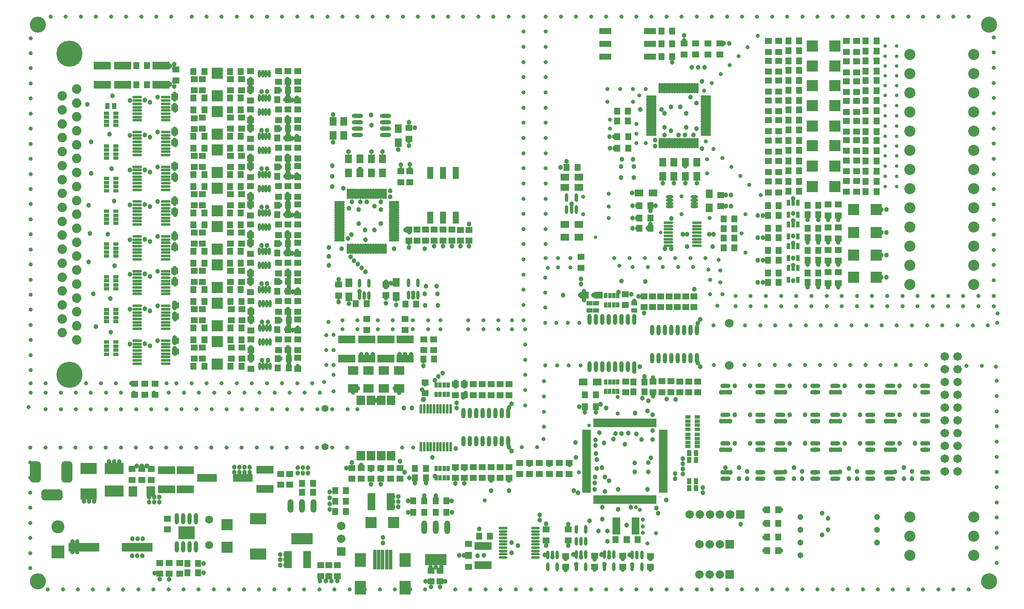
<source format=gts>
G04 Layer_Color=8388736*
%FSLAX25Y25*%
%MOIN*%
G70*
G01*
G75*
%ADD171R,0.13792X0.06312*%
%ADD172R,0.06312X0.13792*%
%ADD173O,0.07887X0.03556*%
%ADD174R,0.12611X0.08674*%
%ADD175R,0.09461X0.05131*%
%ADD176R,0.05131X0.09461*%
%ADD177R,0.24422X0.07099*%
%ADD178R,0.15761X0.06312*%
%ADD179R,0.04000X0.02800*%
%ADD180R,0.02800X0.04000*%
%ADD181R,0.04800X0.05800*%
%ADD182R,0.06800X0.05800*%
%ADD183R,0.05800X0.04800*%
%ADD184O,0.02768X0.06706*%
%ADD185R,0.03556X0.04737*%
%ADD186R,0.08674X0.08674*%
%ADD187R,0.02768X0.04737*%
%ADD188R,0.04737X0.03556*%
%ADD189O,0.03200X0.08200*%
%ADD190O,0.03162X0.08674*%
%ADD191R,0.05800X0.06800*%
%ADD192O,0.07493X0.02178*%
%ADD193R,0.08674X0.08674*%
%ADD194O,0.05918X0.02375*%
%ADD195O,0.08280X0.01981*%
%ADD196O,0.01981X0.08280*%
%ADD197R,0.07887X0.07099*%
%ADD198R,0.12611X0.08674*%
%ADD199R,0.14579X0.08674*%
%ADD200R,0.07099X0.07887*%
%ADD201O,0.08800X0.03200*%
%ADD202O,0.03200X0.08800*%
%ADD203R,0.13005X0.10249*%
%ADD204R,0.01981X0.07600*%
%ADD205O,0.01981X0.07600*%
%ADD206O,0.04737X0.10642*%
%ADD207R,0.16548X0.08674*%
%ADD208R,0.06706X0.01981*%
%ADD209O,0.06706X0.01981*%
%ADD210C,0.02800*%
%ADD211C,0.00800*%
%ADD212R,0.01981X0.07099*%
%ADD213R,0.07099X0.01981*%
%ADD214R,0.08674X0.10642*%
%ADD215R,0.02768X0.15800*%
%ADD216O,0.02375X0.05918*%
%ADD217R,0.06706X0.07493*%
%ADD218R,0.10249X0.10249*%
%ADD219C,0.10249*%
%ADD220C,0.06706*%
%ADD221R,0.06706X0.06706*%
%ADD222C,0.05524*%
%ADD223C,0.06800*%
%ADD224C,0.06300*%
%ADD225C,0.04737*%
%ADD226C,0.12611*%
G04:AMPARAMS|DCode=227|XSize=86.74mil|YSize=165.48mil|CornerRadius=23.68mil|HoleSize=0mil|Usage=FLASHONLY|Rotation=270.000|XOffset=0mil|YOffset=0mil|HoleType=Round|Shape=RoundedRectangle|*
%AMROUNDEDRECTD227*
21,1,0.08674,0.11811,0,0,270.0*
21,1,0.03937,0.16548,0,0,270.0*
1,1,0.04737,-0.05905,-0.01968*
1,1,0.04737,-0.05905,0.01968*
1,1,0.04737,0.05905,0.01968*
1,1,0.04737,0.05905,-0.01968*
%
%ADD227ROUNDEDRECTD227*%
G04:AMPARAMS|DCode=228|XSize=165.48mil|YSize=86.74mil|CornerRadius=23.68mil|HoleSize=0mil|Usage=FLASHONLY|Rotation=270.000|XOffset=0mil|YOffset=0mil|HoleType=Round|Shape=RoundedRectangle|*
%AMROUNDEDRECTD228*
21,1,0.16548,0.03937,0,0,270.0*
21,1,0.11811,0.08674,0,0,270.0*
1,1,0.04737,-0.01968,-0.05905*
1,1,0.04737,-0.01968,0.05905*
1,1,0.04737,0.01968,0.05905*
1,1,0.04737,0.01968,-0.05905*
%
%ADD228ROUNDEDRECTD228*%
%ADD229R,0.06706X0.06706*%
%ADD230C,0.08674*%
%ADD231C,0.07453*%
%ADD232C,0.20485*%
%ADD233C,0.06706*%
%ADD234C,0.03800*%
%ADD235C,0.03300*%
%ADD236C,0.04300*%
D171*
X200600Y498117D02*
D03*
Y483157D02*
D03*
X154600D02*
D03*
Y498117D02*
D03*
X170600D02*
D03*
Y483157D02*
D03*
X391500Y283799D02*
D03*
Y268839D02*
D03*
X361500Y283799D02*
D03*
Y268839D02*
D03*
X205000Y166520D02*
D03*
Y181480D02*
D03*
X281900Y181980D02*
D03*
Y167020D02*
D03*
X219500Y181480D02*
D03*
Y166520D02*
D03*
X376500Y268839D02*
D03*
Y283799D02*
D03*
X346000Y268839D02*
D03*
Y283799D02*
D03*
X452500Y122080D02*
D03*
Y107120D02*
D03*
D172*
X314780Y111500D02*
D03*
X299820D02*
D03*
X365220Y156750D02*
D03*
X380180D02*
D03*
X571980Y137900D02*
D03*
X557020D02*
D03*
D173*
X771350Y202450D02*
D03*
Y197450D02*
D03*
X798500Y202450D02*
D03*
Y197450D02*
D03*
X642350Y180050D02*
D03*
Y175050D02*
D03*
X669500Y180050D02*
D03*
Y175050D02*
D03*
X685350Y202450D02*
D03*
Y197450D02*
D03*
X712500Y202450D02*
D03*
Y197450D02*
D03*
Y219950D02*
D03*
Y224950D02*
D03*
X685350Y219950D02*
D03*
Y224950D02*
D03*
Y247450D02*
D03*
Y242450D02*
D03*
X712500Y247450D02*
D03*
Y242450D02*
D03*
X685350Y180050D02*
D03*
Y175050D02*
D03*
X712500Y180050D02*
D03*
Y175050D02*
D03*
X642350Y224950D02*
D03*
Y219950D02*
D03*
X669500Y224950D02*
D03*
Y219950D02*
D03*
Y242450D02*
D03*
Y247450D02*
D03*
X642350Y242450D02*
D03*
Y247450D02*
D03*
Y202450D02*
D03*
Y197450D02*
D03*
X669500Y202450D02*
D03*
Y197450D02*
D03*
X798500Y219950D02*
D03*
Y224950D02*
D03*
X771350Y219950D02*
D03*
Y224950D02*
D03*
X728350Y247450D02*
D03*
Y242450D02*
D03*
X755500Y247450D02*
D03*
Y242450D02*
D03*
X771350Y180050D02*
D03*
Y175050D02*
D03*
X798500Y180050D02*
D03*
Y175050D02*
D03*
X728350Y224950D02*
D03*
Y219950D02*
D03*
X755500Y224950D02*
D03*
Y219950D02*
D03*
X798500Y242450D02*
D03*
Y247450D02*
D03*
X771350Y242450D02*
D03*
Y247450D02*
D03*
X755500Y175050D02*
D03*
Y180050D02*
D03*
X728350Y175050D02*
D03*
Y180050D02*
D03*
X755500Y197450D02*
D03*
Y202450D02*
D03*
X728350Y197450D02*
D03*
Y202450D02*
D03*
D174*
X276400Y116000D02*
D03*
Y143559D02*
D03*
D175*
X583100Y525200D02*
D03*
Y515200D02*
D03*
Y505200D02*
D03*
X548100Y525200D02*
D03*
Y515200D02*
D03*
Y505200D02*
D03*
D176*
X411300Y414237D02*
D03*
X421300D02*
D03*
X431300D02*
D03*
X411300Y379237D02*
D03*
X421300D02*
D03*
X431300D02*
D03*
D177*
X140084Y121200D02*
D03*
X181916D02*
D03*
D178*
X236620Y175500D02*
D03*
X264380D02*
D03*
D179*
X612923Y200115D02*
D03*
X620223D02*
D03*
X612923Y203215D02*
D03*
X620223D02*
D03*
X612923Y206415D02*
D03*
X620223Y206315D02*
D03*
X612923Y209515D02*
D03*
X620223D02*
D03*
Y223115D02*
D03*
X612923D02*
D03*
X620223Y219915D02*
D03*
X612923Y220015D02*
D03*
X620223Y216815D02*
D03*
X612923D02*
D03*
X620223Y213715D02*
D03*
X612923D02*
D03*
X157923Y272352D02*
D03*
X165223D02*
D03*
X157923Y275452D02*
D03*
X165223D02*
D03*
X157923Y278652D02*
D03*
X165223Y278552D02*
D03*
X157923Y281752D02*
D03*
X165223D02*
D03*
Y307352D02*
D03*
X157923D02*
D03*
X165223Y304152D02*
D03*
X157923Y304252D02*
D03*
X165223Y301052D02*
D03*
X157923D02*
D03*
X165223Y297952D02*
D03*
X157923D02*
D03*
Y323552D02*
D03*
X165223D02*
D03*
X157923Y326652D02*
D03*
X165223D02*
D03*
X157923Y329852D02*
D03*
X165223Y329752D02*
D03*
X157923Y332952D02*
D03*
X165223D02*
D03*
Y358552D02*
D03*
X157923D02*
D03*
X165223Y355352D02*
D03*
X157923Y355452D02*
D03*
X165223Y352252D02*
D03*
X157923D02*
D03*
X165223Y349152D02*
D03*
X157923D02*
D03*
Y374752D02*
D03*
X165223D02*
D03*
X157923Y377852D02*
D03*
X165223D02*
D03*
X157923Y381052D02*
D03*
X165223Y380952D02*
D03*
X157923Y384152D02*
D03*
X165223D02*
D03*
Y409752D02*
D03*
X157923D02*
D03*
X165223Y406552D02*
D03*
X157923Y406652D02*
D03*
X165223Y403452D02*
D03*
X157923D02*
D03*
X165223Y400352D02*
D03*
X157923D02*
D03*
Y425952D02*
D03*
X165223D02*
D03*
X157923Y429052D02*
D03*
X165223D02*
D03*
X157923Y432252D02*
D03*
X165223Y432152D02*
D03*
X157923Y435352D02*
D03*
X165223D02*
D03*
Y460952D02*
D03*
X157923D02*
D03*
X165223Y457752D02*
D03*
X157923Y457852D02*
D03*
X165223Y454652D02*
D03*
X157923D02*
D03*
X165223Y451552D02*
D03*
X157923D02*
D03*
D180*
X557985Y243223D02*
D03*
Y250523D02*
D03*
X554885Y243223D02*
D03*
Y250523D02*
D03*
X551685Y243223D02*
D03*
X551785Y250523D02*
D03*
X548585Y243223D02*
D03*
Y250523D02*
D03*
X415785Y182923D02*
D03*
Y175623D02*
D03*
X418985Y182923D02*
D03*
X418885Y175623D02*
D03*
X422085Y182923D02*
D03*
Y175623D02*
D03*
X425185Y182923D02*
D03*
Y175623D02*
D03*
X557985Y311023D02*
D03*
Y318323D02*
D03*
X554885Y311023D02*
D03*
Y318323D02*
D03*
X551685Y311023D02*
D03*
X551785Y318323D02*
D03*
X548585Y311023D02*
D03*
Y318323D02*
D03*
X415785Y248123D02*
D03*
Y240823D02*
D03*
X418985Y248123D02*
D03*
X418885Y240823D02*
D03*
X422085Y248123D02*
D03*
Y240823D02*
D03*
X425185Y248123D02*
D03*
Y240823D02*
D03*
D181*
X575008Y370866D02*
D03*
X583508D02*
D03*
X583500Y379000D02*
D03*
X575000D02*
D03*
Y388583D02*
D03*
X583500D02*
D03*
X706500Y353500D02*
D03*
X715000D02*
D03*
X706500Y371000D02*
D03*
X715000D02*
D03*
X706500Y346000D02*
D03*
X715000D02*
D03*
X706500Y381500D02*
D03*
X715000D02*
D03*
X706500Y363500D02*
D03*
X715000D02*
D03*
X706500Y389000D02*
D03*
X715000D02*
D03*
Y328500D02*
D03*
X706500D02*
D03*
X715000Y336000D02*
D03*
X706500D02*
D03*
X752000Y509500D02*
D03*
X760500D02*
D03*
X752000Y407500D02*
D03*
X760500D02*
D03*
X752000Y399500D02*
D03*
X760500D02*
D03*
X752000Y423500D02*
D03*
X760500D02*
D03*
X752000Y415500D02*
D03*
X760500D02*
D03*
X752000Y439500D02*
D03*
X760500D02*
D03*
X752000Y431500D02*
D03*
X760500D02*
D03*
X752000Y455000D02*
D03*
X760500D02*
D03*
X752000Y446500D02*
D03*
X760500D02*
D03*
X752000Y471000D02*
D03*
X760500D02*
D03*
X752000Y463000D02*
D03*
X760500D02*
D03*
X752000Y486500D02*
D03*
X760500D02*
D03*
X752000Y478500D02*
D03*
X760500D02*
D03*
X752000Y502000D02*
D03*
X760500D02*
D03*
X752000Y494000D02*
D03*
X760500D02*
D03*
X700000Y407500D02*
D03*
X691500D02*
D03*
X700000Y400000D02*
D03*
X691500D02*
D03*
X700000Y423500D02*
D03*
X691500D02*
D03*
X700000Y416000D02*
D03*
X691500D02*
D03*
X700000Y439500D02*
D03*
X691500D02*
D03*
X700000Y432000D02*
D03*
X691500D02*
D03*
X700000Y455500D02*
D03*
X691500D02*
D03*
X700000Y448000D02*
D03*
X691500D02*
D03*
X700000Y471000D02*
D03*
X691500D02*
D03*
X700000Y463500D02*
D03*
X691500D02*
D03*
X700000Y502000D02*
D03*
X691500D02*
D03*
X700000Y510000D02*
D03*
X691500D02*
D03*
X700000Y517500D02*
D03*
X691500D02*
D03*
Y494500D02*
D03*
X700000D02*
D03*
X691500Y479000D02*
D03*
X700000D02*
D03*
X691500Y486500D02*
D03*
X700000D02*
D03*
X684000Y328500D02*
D03*
X675500D02*
D03*
X684000Y336000D02*
D03*
X675500D02*
D03*
X684000Y346000D02*
D03*
X675500D02*
D03*
X684000Y353500D02*
D03*
X675500D02*
D03*
X684000Y363500D02*
D03*
X675500D02*
D03*
X684000Y371000D02*
D03*
X675500D02*
D03*
X684000Y381000D02*
D03*
X675500D02*
D03*
X684000Y388500D02*
D03*
X675500D02*
D03*
X752000Y517500D02*
D03*
X760500D02*
D03*
X640743Y355724D02*
D03*
X649243D02*
D03*
X640743Y363224D02*
D03*
X649243D02*
D03*
X640743Y370724D02*
D03*
X649243D02*
D03*
X640743Y378224D02*
D03*
X649243D02*
D03*
X557600Y433581D02*
D03*
X566100D02*
D03*
X557600Y442540D02*
D03*
X566100D02*
D03*
X557500Y455000D02*
D03*
X566000D02*
D03*
X557500Y462650D02*
D03*
X566000D02*
D03*
X291500Y479037D02*
D03*
X300000D02*
D03*
X291500Y471437D02*
D03*
X300000D02*
D03*
X263000Y472937D02*
D03*
X254500D02*
D03*
X263000Y493437D02*
D03*
X254500D02*
D03*
X234500Y472937D02*
D03*
X226000D02*
D03*
X234500Y493437D02*
D03*
X226000D02*
D03*
X540800Y231301D02*
D03*
X532300D02*
D03*
X540800Y240400D02*
D03*
X532300D02*
D03*
X600600Y525200D02*
D03*
X592100D02*
D03*
X600600Y515200D02*
D03*
X592100D02*
D03*
X600600Y505200D02*
D03*
X592100D02*
D03*
X407700Y182800D02*
D03*
X399200D02*
D03*
X221177Y108600D02*
D03*
X229677D02*
D03*
X221177Y101100D02*
D03*
X229677D02*
D03*
X319400Y164100D02*
D03*
X310900D02*
D03*
X319400Y171100D02*
D03*
X310900D02*
D03*
X405800Y268500D02*
D03*
X414300D02*
D03*
X400224Y311518D02*
D03*
X391724D02*
D03*
X361437Y311900D02*
D03*
X352937D02*
D03*
X406400Y148600D02*
D03*
X397901D02*
D03*
X406400Y157500D02*
D03*
X397901D02*
D03*
X415500Y148600D02*
D03*
X424001D02*
D03*
X415500Y157500D02*
D03*
X424001D02*
D03*
X570200Y250400D02*
D03*
X578700D02*
D03*
X573600Y127200D02*
D03*
X565100D02*
D03*
X556200D02*
D03*
X564700D02*
D03*
X449500Y129800D02*
D03*
X458000D02*
D03*
X570200Y242800D02*
D03*
X578700D02*
D03*
X336700Y149200D02*
D03*
X345200D02*
D03*
X336700Y157350D02*
D03*
X345200D02*
D03*
X336700Y165500D02*
D03*
X345200D02*
D03*
X399200Y175600D02*
D03*
X407700D02*
D03*
X683500Y129167D02*
D03*
X675000D02*
D03*
X683500Y139833D02*
D03*
X675000D02*
D03*
X683500Y118500D02*
D03*
X675000D02*
D03*
X683500Y150500D02*
D03*
X675000D02*
D03*
X234500Y442937D02*
D03*
X226000D02*
D03*
X234500Y412937D02*
D03*
X226000D02*
D03*
X234500Y382937D02*
D03*
X226000D02*
D03*
X234500Y352937D02*
D03*
X226000D02*
D03*
X234500Y322937D02*
D03*
X226000D02*
D03*
X234500Y292937D02*
D03*
X226000D02*
D03*
X234500Y463437D02*
D03*
X226000D02*
D03*
X234500Y433437D02*
D03*
X226000D02*
D03*
X234500Y403437D02*
D03*
X226000D02*
D03*
X234500Y373437D02*
D03*
X226000D02*
D03*
X234500Y343437D02*
D03*
X226000D02*
D03*
X234500Y313437D02*
D03*
X226000D02*
D03*
X234500Y262937D02*
D03*
X226000D02*
D03*
X234500Y283437D02*
D03*
X226000D02*
D03*
X263000Y442937D02*
D03*
X254500D02*
D03*
X263000Y412937D02*
D03*
X254500D02*
D03*
X263000Y382937D02*
D03*
X254500D02*
D03*
X263000Y352937D02*
D03*
X254500D02*
D03*
X263000Y322937D02*
D03*
X254500D02*
D03*
X263000Y463437D02*
D03*
X254500D02*
D03*
X263000Y433437D02*
D03*
X254500D02*
D03*
X263000Y403437D02*
D03*
X254500D02*
D03*
X263000Y373437D02*
D03*
X254500D02*
D03*
X263000Y343437D02*
D03*
X254500D02*
D03*
X263500Y283437D02*
D03*
X255000D02*
D03*
X263500Y262937D02*
D03*
X255000D02*
D03*
X263500Y313437D02*
D03*
X255000D02*
D03*
X263500Y292937D02*
D03*
X255000D02*
D03*
X291500Y291437D02*
D03*
X300000D02*
D03*
X291500Y321437D02*
D03*
X300000D02*
D03*
X291500Y351437D02*
D03*
X300000D02*
D03*
X291500Y381437D02*
D03*
X300000D02*
D03*
X291500Y411437D02*
D03*
X300000D02*
D03*
X291500Y441437D02*
D03*
X300000D02*
D03*
X291500Y449037D02*
D03*
X300000D02*
D03*
X291500Y419037D02*
D03*
X300000D02*
D03*
X291500Y389037D02*
D03*
X300000D02*
D03*
X291500Y359037D02*
D03*
X300000D02*
D03*
X291500Y329137D02*
D03*
X300000D02*
D03*
X292000Y269037D02*
D03*
X300500D02*
D03*
X292000Y299037D02*
D03*
X300500D02*
D03*
X292000Y261437D02*
D03*
X300500D02*
D03*
X181100Y498137D02*
D03*
X189600D02*
D03*
X181100Y483137D02*
D03*
X189600D02*
D03*
X526500Y418500D02*
D03*
X518000D02*
D03*
D182*
X585465Y398425D02*
D03*
X574465D02*
D03*
X542800Y318500D02*
D03*
X531800D02*
D03*
X527500Y364000D02*
D03*
X516500D02*
D03*
X541700Y250500D02*
D03*
X530700D02*
D03*
X527500Y374000D02*
D03*
X516500D02*
D03*
X527500Y411000D02*
D03*
X516500D02*
D03*
Y403000D02*
D03*
X527500D02*
D03*
D183*
X620562Y242400D02*
D03*
Y250900D02*
D03*
X613562Y242400D02*
D03*
Y250900D02*
D03*
X606562Y242400D02*
D03*
Y250900D02*
D03*
X599562Y242600D02*
D03*
Y251100D02*
D03*
X592520Y242600D02*
D03*
Y251100D02*
D03*
X585600Y242500D02*
D03*
Y251000D02*
D03*
X519900Y178600D02*
D03*
Y187100D02*
D03*
X512160Y178600D02*
D03*
Y187100D02*
D03*
X504420Y178600D02*
D03*
Y187100D02*
D03*
X496680Y178600D02*
D03*
Y187100D02*
D03*
X488940Y178600D02*
D03*
Y187100D02*
D03*
X481200Y178600D02*
D03*
Y187100D02*
D03*
X472900Y183900D02*
D03*
Y175400D02*
D03*
X458900Y183900D02*
D03*
Y175400D02*
D03*
X451900Y183900D02*
D03*
Y175400D02*
D03*
X444900Y183900D02*
D03*
Y175400D02*
D03*
X437900Y183900D02*
D03*
Y175400D02*
D03*
X519200Y135100D02*
D03*
Y126600D02*
D03*
X583385Y105786D02*
D03*
Y114286D02*
D03*
X561733Y105985D02*
D03*
Y114486D02*
D03*
X539866Y105985D02*
D03*
Y114486D02*
D03*
X517300Y105886D02*
D03*
Y114385D02*
D03*
X745000Y517500D02*
D03*
Y509000D02*
D03*
Y486000D02*
D03*
Y477500D02*
D03*
Y501500D02*
D03*
Y493000D02*
D03*
X722500Y336500D02*
D03*
Y328000D02*
D03*
Y354000D02*
D03*
Y345500D02*
D03*
Y371500D02*
D03*
Y363000D02*
D03*
Y389500D02*
D03*
Y381000D02*
D03*
X730500Y336500D02*
D03*
Y328000D02*
D03*
Y354000D02*
D03*
Y345500D02*
D03*
Y371500D02*
D03*
Y363000D02*
D03*
Y389500D02*
D03*
Y381000D02*
D03*
X676000Y517500D02*
D03*
Y509000D02*
D03*
Y462500D02*
D03*
Y471000D02*
D03*
X684000Y399000D02*
D03*
Y407500D02*
D03*
Y447000D02*
D03*
Y455500D02*
D03*
Y462500D02*
D03*
Y471000D02*
D03*
Y493500D02*
D03*
Y502000D02*
D03*
Y423500D02*
D03*
Y415000D02*
D03*
Y439500D02*
D03*
Y431000D02*
D03*
Y486500D02*
D03*
Y478000D02*
D03*
X745000Y399500D02*
D03*
Y408000D02*
D03*
Y415500D02*
D03*
Y424000D02*
D03*
Y431500D02*
D03*
Y440000D02*
D03*
Y446500D02*
D03*
Y455000D02*
D03*
Y462000D02*
D03*
Y470500D02*
D03*
X737000Y509000D02*
D03*
Y517500D02*
D03*
Y399500D02*
D03*
Y408000D02*
D03*
Y415500D02*
D03*
Y424000D02*
D03*
Y431500D02*
D03*
Y440000D02*
D03*
Y446500D02*
D03*
Y455000D02*
D03*
Y462000D02*
D03*
Y470500D02*
D03*
Y477500D02*
D03*
Y486000D02*
D03*
X676000Y423500D02*
D03*
Y415000D02*
D03*
Y439500D02*
D03*
Y431000D02*
D03*
Y455500D02*
D03*
Y447000D02*
D03*
Y399000D02*
D03*
Y407500D02*
D03*
Y478000D02*
D03*
Y486500D02*
D03*
Y493500D02*
D03*
Y502000D02*
D03*
X737000Y493000D02*
D03*
Y501500D02*
D03*
X617600Y309200D02*
D03*
Y317700D02*
D03*
X611100Y309200D02*
D03*
Y317700D02*
D03*
X604600Y309200D02*
D03*
Y317700D02*
D03*
X598100Y309200D02*
D03*
Y317700D02*
D03*
X591500Y309200D02*
D03*
Y317700D02*
D03*
X585062Y309200D02*
D03*
Y317700D02*
D03*
X578600Y309200D02*
D03*
Y317700D02*
D03*
X529280Y348507D02*
D03*
Y340007D02*
D03*
X638583Y388351D02*
D03*
Y396851D02*
D03*
X300000Y485437D02*
D03*
Y493937D02*
D03*
X270500Y470937D02*
D03*
Y479437D02*
D03*
X307500D02*
D03*
Y470937D02*
D03*
X292500Y493937D02*
D03*
Y485437D02*
D03*
X307500D02*
D03*
Y493937D02*
D03*
X270500Y485437D02*
D03*
Y493937D02*
D03*
X255000Y487437D02*
D03*
Y478937D02*
D03*
X263500Y487437D02*
D03*
Y478937D02*
D03*
X233000Y487437D02*
D03*
Y478937D02*
D03*
X226500Y487437D02*
D03*
Y478937D02*
D03*
X361500Y299757D02*
D03*
Y291257D02*
D03*
X465900Y183900D02*
D03*
Y175400D02*
D03*
X394576Y440917D02*
D03*
Y449417D02*
D03*
X349760Y183352D02*
D03*
Y174852D02*
D03*
X364920D02*
D03*
Y183352D02*
D03*
X387660D02*
D03*
Y174852D02*
D03*
X178000Y174000D02*
D03*
Y182500D02*
D03*
X193000D02*
D03*
Y174000D02*
D03*
X185500Y182500D02*
D03*
Y174000D02*
D03*
X294200Y178600D02*
D03*
Y170100D02*
D03*
X301300Y178600D02*
D03*
Y170100D02*
D03*
X684000Y517500D02*
D03*
Y509000D02*
D03*
X380080Y183352D02*
D03*
Y174852D02*
D03*
X406300Y275500D02*
D03*
Y284000D02*
D03*
X431000Y248800D02*
D03*
Y240300D02*
D03*
X357340Y183352D02*
D03*
Y174852D02*
D03*
X199592Y100500D02*
D03*
Y109000D02*
D03*
X205500Y143700D02*
D03*
Y135200D02*
D03*
X206988Y108992D02*
D03*
Y100492D02*
D03*
X215059Y108992D02*
D03*
Y100492D02*
D03*
X338500Y98700D02*
D03*
Y107200D02*
D03*
X325500Y98700D02*
D03*
Y107200D02*
D03*
X332000Y98700D02*
D03*
Y107200D02*
D03*
X372500Y183352D02*
D03*
Y174852D02*
D03*
X376650Y326899D02*
D03*
Y318399D02*
D03*
X407300Y241800D02*
D03*
Y250300D02*
D03*
X339612Y326798D02*
D03*
Y318298D02*
D03*
X400920Y369737D02*
D03*
Y361237D02*
D03*
X407439Y369737D02*
D03*
Y361237D02*
D03*
X411800Y103000D02*
D03*
Y94500D02*
D03*
X418800D02*
D03*
Y103000D02*
D03*
X501900Y126600D02*
D03*
Y135100D02*
D03*
X441100Y115300D02*
D03*
Y123800D02*
D03*
Y114500D02*
D03*
Y106000D02*
D03*
X564100Y250900D02*
D03*
Y242400D02*
D03*
X430700Y175400D02*
D03*
Y183900D02*
D03*
X564000Y319300D02*
D03*
Y310800D02*
D03*
X212100Y495137D02*
D03*
Y486637D02*
D03*
X211313Y473737D02*
D03*
Y465237D02*
D03*
Y446537D02*
D03*
Y438037D02*
D03*
X211213Y419437D02*
D03*
Y410937D02*
D03*
X211313Y392337D02*
D03*
Y383837D02*
D03*
X211213Y364437D02*
D03*
Y355937D02*
D03*
Y337437D02*
D03*
Y328937D02*
D03*
X211713Y310437D02*
D03*
Y301937D02*
D03*
Y282937D02*
D03*
Y274437D02*
D03*
X226500Y456937D02*
D03*
Y448437D02*
D03*
Y427437D02*
D03*
Y418937D02*
D03*
Y397437D02*
D03*
Y388937D02*
D03*
Y367437D02*
D03*
Y358937D02*
D03*
Y337437D02*
D03*
Y328937D02*
D03*
Y307437D02*
D03*
Y298937D02*
D03*
Y277437D02*
D03*
Y268937D02*
D03*
X233000Y337437D02*
D03*
Y328937D02*
D03*
Y367437D02*
D03*
Y358937D02*
D03*
Y397437D02*
D03*
Y388937D02*
D03*
Y427437D02*
D03*
Y418937D02*
D03*
Y457437D02*
D03*
Y448937D02*
D03*
Y277437D02*
D03*
Y268937D02*
D03*
Y307437D02*
D03*
Y298937D02*
D03*
X255000Y457437D02*
D03*
Y448937D02*
D03*
Y427437D02*
D03*
Y418937D02*
D03*
Y397437D02*
D03*
Y388937D02*
D03*
Y367437D02*
D03*
Y358937D02*
D03*
Y337437D02*
D03*
Y328937D02*
D03*
X255500Y277437D02*
D03*
Y268937D02*
D03*
Y307437D02*
D03*
Y298937D02*
D03*
X263500Y337437D02*
D03*
Y328937D02*
D03*
Y367437D02*
D03*
Y358937D02*
D03*
Y397437D02*
D03*
Y388937D02*
D03*
Y427437D02*
D03*
Y418937D02*
D03*
Y457437D02*
D03*
Y448937D02*
D03*
X270500Y440937D02*
D03*
Y449437D02*
D03*
Y410937D02*
D03*
Y419437D02*
D03*
Y380937D02*
D03*
Y389437D02*
D03*
Y350937D02*
D03*
Y359437D02*
D03*
Y320937D02*
D03*
Y329437D02*
D03*
Y455437D02*
D03*
Y463937D02*
D03*
Y425437D02*
D03*
Y433937D02*
D03*
Y395437D02*
D03*
Y403937D02*
D03*
Y365437D02*
D03*
Y373937D02*
D03*
Y335437D02*
D03*
Y343937D02*
D03*
X307500Y455437D02*
D03*
Y463937D02*
D03*
Y425437D02*
D03*
Y433937D02*
D03*
Y395437D02*
D03*
Y403937D02*
D03*
Y365437D02*
D03*
Y373937D02*
D03*
Y335437D02*
D03*
Y343937D02*
D03*
Y305437D02*
D03*
Y313937D02*
D03*
Y449437D02*
D03*
Y440937D02*
D03*
Y419437D02*
D03*
Y410937D02*
D03*
Y389437D02*
D03*
Y380937D02*
D03*
Y359437D02*
D03*
Y350937D02*
D03*
Y329437D02*
D03*
Y320937D02*
D03*
Y299437D02*
D03*
Y290937D02*
D03*
Y275437D02*
D03*
Y283937D02*
D03*
Y269437D02*
D03*
Y260937D02*
D03*
X300000Y455437D02*
D03*
Y463937D02*
D03*
Y425437D02*
D03*
Y433937D02*
D03*
Y395437D02*
D03*
Y403937D02*
D03*
Y365437D02*
D03*
Y373937D02*
D03*
Y335437D02*
D03*
Y343937D02*
D03*
Y305437D02*
D03*
Y313937D02*
D03*
Y275437D02*
D03*
Y283937D02*
D03*
X292500Y463937D02*
D03*
Y455437D02*
D03*
Y433937D02*
D03*
Y425437D02*
D03*
Y403937D02*
D03*
Y395437D02*
D03*
Y373937D02*
D03*
Y365437D02*
D03*
Y343937D02*
D03*
Y335437D02*
D03*
Y313937D02*
D03*
Y305437D02*
D03*
Y283937D02*
D03*
Y275437D02*
D03*
X271000D02*
D03*
Y283937D02*
D03*
Y260937D02*
D03*
Y269437D02*
D03*
Y305437D02*
D03*
Y313937D02*
D03*
Y290937D02*
D03*
Y299437D02*
D03*
X264000Y277437D02*
D03*
Y268937D02*
D03*
Y307437D02*
D03*
Y298937D02*
D03*
X388200Y415437D02*
D03*
Y406937D02*
D03*
X395200Y415437D02*
D03*
Y406937D02*
D03*
X414200Y369763D02*
D03*
Y361263D02*
D03*
X421200Y369763D02*
D03*
Y361263D02*
D03*
X428200Y369763D02*
D03*
Y361263D02*
D03*
X435000Y361174D02*
D03*
Y369674D02*
D03*
X441500Y361174D02*
D03*
Y369674D02*
D03*
X394400Y361237D02*
D03*
Y369737D02*
D03*
X391500Y299757D02*
D03*
Y291257D02*
D03*
X413800Y275500D02*
D03*
Y284000D02*
D03*
X437900Y248800D02*
D03*
Y240300D02*
D03*
X444900Y248800D02*
D03*
Y240300D02*
D03*
X451900Y248800D02*
D03*
Y240300D02*
D03*
X458900Y248800D02*
D03*
Y240300D02*
D03*
X472900Y248800D02*
D03*
Y240300D02*
D03*
X465900Y248800D02*
D03*
Y240300D02*
D03*
X179900Y240600D02*
D03*
Y249100D02*
D03*
X187900D02*
D03*
Y240600D02*
D03*
X195900D02*
D03*
Y249100D02*
D03*
X628667Y506900D02*
D03*
Y515400D02*
D03*
X638000Y506900D02*
D03*
Y515400D02*
D03*
X610000Y506900D02*
D03*
Y515400D02*
D03*
X619000Y515500D02*
D03*
Y507000D02*
D03*
D184*
X525400Y125832D02*
D03*
X532881D02*
D03*
X525400Y135281D02*
D03*
X532881D02*
D03*
X529141Y125832D02*
D03*
X576726Y115213D02*
D03*
X569246D02*
D03*
X576726Y105764D02*
D03*
X569246D02*
D03*
X572986Y115213D02*
D03*
X554941Y115413D02*
D03*
X547460D02*
D03*
X554941Y105964D02*
D03*
X547460D02*
D03*
X551200Y115413D02*
D03*
X532940D02*
D03*
X525460D02*
D03*
X532940Y105964D02*
D03*
X525460D02*
D03*
X529200Y115413D02*
D03*
X510540Y115313D02*
D03*
X503060D02*
D03*
X510540Y105864D02*
D03*
X503060D02*
D03*
X506800Y115313D02*
D03*
X394068Y318698D02*
D03*
X401548D02*
D03*
X394068Y328147D02*
D03*
X401548D02*
D03*
X397808Y318698D02*
D03*
X355868Y318298D02*
D03*
X363348D02*
D03*
X355868Y327747D02*
D03*
X363348D02*
D03*
X359608Y318298D02*
D03*
X518000Y385500D02*
D03*
X525480D02*
D03*
X518000Y394949D02*
D03*
X525480D02*
D03*
X521740Y385500D02*
D03*
D185*
X613817Y167500D02*
D03*
X619329D02*
D03*
X613817Y173000D02*
D03*
X619329D02*
D03*
X158488Y466437D02*
D03*
X164000D02*
D03*
X613817Y195000D02*
D03*
X619329D02*
D03*
X613817Y189600D02*
D03*
X619329D02*
D03*
D186*
X742642Y332500D02*
D03*
X760358D02*
D03*
X742642Y350000D02*
D03*
X760358D02*
D03*
X742642Y385500D02*
D03*
X760358D02*
D03*
X742642Y367500D02*
D03*
X760358D02*
D03*
X710142Y403500D02*
D03*
X727858D02*
D03*
X710142Y419500D02*
D03*
X727858D02*
D03*
X710142Y435500D02*
D03*
X727858D02*
D03*
X710142Y451000D02*
D03*
X727858D02*
D03*
X710142Y467000D02*
D03*
X727858D02*
D03*
X710142Y498000D02*
D03*
X727858D02*
D03*
X382658Y140650D02*
D03*
X364942D02*
D03*
X710142Y513500D02*
D03*
X727858D02*
D03*
X710142Y482500D02*
D03*
X727858D02*
D03*
D187*
X691520Y330551D02*
D03*
X699000D02*
D03*
X695260Y340000D02*
D03*
X699000D02*
D03*
X691520D02*
D03*
Y347551D02*
D03*
X699000D02*
D03*
X695260Y357000D02*
D03*
X699000D02*
D03*
X691520D02*
D03*
Y364551D02*
D03*
X699000D02*
D03*
X695260Y374000D02*
D03*
X699000D02*
D03*
X691520D02*
D03*
Y391000D02*
D03*
X699000D02*
D03*
X695260D02*
D03*
X699000Y381551D02*
D03*
X691520D02*
D03*
D188*
X570800Y306688D02*
D03*
Y312200D02*
D03*
X540800D02*
D03*
Y306688D02*
D03*
X535800Y312200D02*
D03*
Y306688D02*
D03*
D189*
X584862Y269300D02*
D03*
X589862D02*
D03*
X594862D02*
D03*
X599862D02*
D03*
X604862D02*
D03*
X609862D02*
D03*
X614862D02*
D03*
X619862D02*
D03*
Y291300D02*
D03*
X614862D02*
D03*
X609862D02*
D03*
X604862D02*
D03*
X599862D02*
D03*
X594862D02*
D03*
X589862D02*
D03*
X584862D02*
D03*
X437200Y204100D02*
D03*
X442200D02*
D03*
X447200D02*
D03*
X452200D02*
D03*
X457200D02*
D03*
X462200D02*
D03*
X467200D02*
D03*
X472200D02*
D03*
Y226100D02*
D03*
X467200D02*
D03*
X462200D02*
D03*
X457200D02*
D03*
X452200D02*
D03*
X447200D02*
D03*
X442200D02*
D03*
X437200D02*
D03*
D190*
X535800Y262496D02*
D03*
X540800D02*
D03*
X545800D02*
D03*
X550800D02*
D03*
X555800D02*
D03*
X560800D02*
D03*
X565800D02*
D03*
X570800D02*
D03*
X535800Y299504D02*
D03*
X540800D02*
D03*
X545800D02*
D03*
X550800D02*
D03*
X555800D02*
D03*
X560800D02*
D03*
X565800D02*
D03*
X570800D02*
D03*
D191*
X629528Y398021D02*
D03*
Y387020D02*
D03*
X619800Y411700D02*
D03*
Y422700D02*
D03*
X610900D02*
D03*
Y411700D02*
D03*
X602000D02*
D03*
Y422700D02*
D03*
X593100Y411700D02*
D03*
Y422700D02*
D03*
X343676Y454517D02*
D03*
Y443517D02*
D03*
X386200Y448937D02*
D03*
Y437937D02*
D03*
X384437Y328399D02*
D03*
Y317399D02*
D03*
X347399Y328298D02*
D03*
Y317298D02*
D03*
X335176Y443517D02*
D03*
Y454517D02*
D03*
X347200Y425337D02*
D03*
Y414337D02*
D03*
X356100D02*
D03*
Y425337D02*
D03*
X365100D02*
D03*
Y414337D02*
D03*
X373900Y425337D02*
D03*
Y414337D02*
D03*
D192*
X597366Y375181D02*
D03*
Y372622D02*
D03*
Y370063D02*
D03*
Y367504D02*
D03*
Y364945D02*
D03*
Y362386D02*
D03*
Y359827D02*
D03*
Y357268D02*
D03*
X619807Y375181D02*
D03*
Y372622D02*
D03*
Y370063D02*
D03*
Y367504D02*
D03*
Y364945D02*
D03*
Y362386D02*
D03*
Y359827D02*
D03*
Y357268D02*
D03*
X181780Y282894D02*
D03*
Y280335D02*
D03*
Y277776D02*
D03*
Y275217D02*
D03*
Y272657D02*
D03*
Y270098D02*
D03*
Y267539D02*
D03*
Y264980D02*
D03*
X204221Y282894D02*
D03*
Y280335D02*
D03*
Y277776D02*
D03*
Y275217D02*
D03*
Y272657D02*
D03*
Y270098D02*
D03*
Y267539D02*
D03*
Y264980D02*
D03*
X181780Y364536D02*
D03*
Y361978D02*
D03*
Y359418D02*
D03*
Y356859D02*
D03*
Y354300D02*
D03*
Y351741D02*
D03*
Y349182D02*
D03*
Y346623D02*
D03*
X204221Y364536D02*
D03*
Y361978D02*
D03*
Y359418D02*
D03*
Y356859D02*
D03*
Y354300D02*
D03*
Y351741D02*
D03*
Y349182D02*
D03*
Y346623D02*
D03*
X181780Y473394D02*
D03*
Y470835D02*
D03*
Y468276D02*
D03*
Y465717D02*
D03*
Y463157D02*
D03*
Y460598D02*
D03*
Y458039D02*
D03*
Y455480D02*
D03*
X204221Y473394D02*
D03*
Y470835D02*
D03*
Y468276D02*
D03*
Y465717D02*
D03*
Y463157D02*
D03*
Y460598D02*
D03*
Y458039D02*
D03*
Y455480D02*
D03*
X181780Y446179D02*
D03*
Y443620D02*
D03*
Y441061D02*
D03*
Y438502D02*
D03*
Y435943D02*
D03*
Y433384D02*
D03*
Y430825D02*
D03*
Y428266D02*
D03*
X204221Y446179D02*
D03*
Y443620D02*
D03*
Y441061D02*
D03*
Y438502D02*
D03*
Y435943D02*
D03*
Y433384D02*
D03*
Y430825D02*
D03*
Y428266D02*
D03*
X181780Y418965D02*
D03*
Y416406D02*
D03*
Y413847D02*
D03*
Y411288D02*
D03*
Y408729D02*
D03*
Y406170D02*
D03*
Y403611D02*
D03*
Y401052D02*
D03*
X204221Y418965D02*
D03*
Y416406D02*
D03*
Y413847D02*
D03*
Y411288D02*
D03*
Y408729D02*
D03*
Y406170D02*
D03*
Y403611D02*
D03*
Y401052D02*
D03*
X181780Y391751D02*
D03*
Y389192D02*
D03*
Y386633D02*
D03*
Y384074D02*
D03*
Y381515D02*
D03*
Y378956D02*
D03*
Y376396D02*
D03*
Y373837D02*
D03*
X204221Y391751D02*
D03*
Y389192D02*
D03*
Y386633D02*
D03*
Y384074D02*
D03*
Y381515D02*
D03*
Y378956D02*
D03*
Y376396D02*
D03*
Y373837D02*
D03*
X181780Y337322D02*
D03*
Y334763D02*
D03*
Y332204D02*
D03*
Y329645D02*
D03*
Y327086D02*
D03*
Y324527D02*
D03*
Y321968D02*
D03*
Y319409D02*
D03*
X204221Y337322D02*
D03*
Y334763D02*
D03*
Y332204D02*
D03*
Y329645D02*
D03*
Y327086D02*
D03*
Y324527D02*
D03*
Y321968D02*
D03*
Y319409D02*
D03*
X181780Y310108D02*
D03*
Y307549D02*
D03*
Y304990D02*
D03*
Y302431D02*
D03*
Y299872D02*
D03*
Y297313D02*
D03*
Y294754D02*
D03*
Y292195D02*
D03*
X204221Y310108D02*
D03*
Y307549D02*
D03*
Y304990D02*
D03*
Y302431D02*
D03*
Y299872D02*
D03*
Y297313D02*
D03*
Y294754D02*
D03*
Y292195D02*
D03*
D193*
X244500Y492295D02*
D03*
Y474579D02*
D03*
X252100Y121142D02*
D03*
Y138858D02*
D03*
X244500Y282295D02*
D03*
Y264579D02*
D03*
Y312295D02*
D03*
Y294579D02*
D03*
Y342295D02*
D03*
Y324579D02*
D03*
Y372295D02*
D03*
Y354579D02*
D03*
Y402295D02*
D03*
Y384579D02*
D03*
Y432295D02*
D03*
Y414579D02*
D03*
Y462295D02*
D03*
Y444579D02*
D03*
D194*
X598517Y395495D02*
D03*
Y392929D02*
D03*
Y390362D02*
D03*
Y387795D02*
D03*
X617717Y395495D02*
D03*
Y390362D02*
D03*
Y387795D02*
D03*
Y392929D02*
D03*
D195*
X626957Y473764D02*
D03*
Y471795D02*
D03*
Y469827D02*
D03*
Y467858D02*
D03*
Y465890D02*
D03*
Y463921D02*
D03*
Y461953D02*
D03*
Y459984D02*
D03*
Y458016D02*
D03*
Y456047D02*
D03*
Y454079D02*
D03*
Y452110D02*
D03*
Y450142D02*
D03*
Y448173D02*
D03*
Y446205D02*
D03*
Y444236D02*
D03*
X584043D02*
D03*
Y446205D02*
D03*
Y448173D02*
D03*
Y450142D02*
D03*
Y452110D02*
D03*
Y454079D02*
D03*
Y456047D02*
D03*
Y458016D02*
D03*
Y459984D02*
D03*
Y461953D02*
D03*
Y463921D02*
D03*
Y465890D02*
D03*
Y467858D02*
D03*
Y469827D02*
D03*
Y471795D02*
D03*
Y473764D02*
D03*
X340043Y361673D02*
D03*
Y363642D02*
D03*
Y365610D02*
D03*
Y367579D02*
D03*
Y369547D02*
D03*
Y371516D02*
D03*
Y373484D02*
D03*
Y375453D02*
D03*
Y377421D02*
D03*
Y379390D02*
D03*
Y381358D02*
D03*
Y383327D02*
D03*
Y385295D02*
D03*
Y387264D02*
D03*
Y389232D02*
D03*
Y391201D02*
D03*
X382957D02*
D03*
Y389232D02*
D03*
Y387264D02*
D03*
Y385295D02*
D03*
Y383327D02*
D03*
Y381358D02*
D03*
Y379390D02*
D03*
Y377421D02*
D03*
Y375453D02*
D03*
Y373484D02*
D03*
Y371516D02*
D03*
Y369547D02*
D03*
Y367579D02*
D03*
Y365610D02*
D03*
Y363642D02*
D03*
Y361673D02*
D03*
D196*
X620264Y437543D02*
D03*
X618295D02*
D03*
X616327D02*
D03*
X614358D02*
D03*
X612390D02*
D03*
X610421D02*
D03*
X608453D02*
D03*
X606484D02*
D03*
X604516D02*
D03*
X602547D02*
D03*
X600579D02*
D03*
X598610D02*
D03*
X596642D02*
D03*
X594673D02*
D03*
X592705D02*
D03*
X590736D02*
D03*
Y480457D02*
D03*
X592705D02*
D03*
X594673D02*
D03*
X596642D02*
D03*
X598610D02*
D03*
X600579D02*
D03*
X602547D02*
D03*
X604516D02*
D03*
X606484D02*
D03*
X608453D02*
D03*
X610421D02*
D03*
X612390D02*
D03*
X614358D02*
D03*
X616327D02*
D03*
X618295D02*
D03*
X620264D02*
D03*
X346736Y397894D02*
D03*
X348705D02*
D03*
X350673D02*
D03*
X352642D02*
D03*
X354610D02*
D03*
X356579D02*
D03*
X358547D02*
D03*
X360516D02*
D03*
X362484D02*
D03*
X364453D02*
D03*
X366421D02*
D03*
X368390D02*
D03*
X370358D02*
D03*
X372327D02*
D03*
X374295D02*
D03*
X376264D02*
D03*
Y354980D02*
D03*
X374295D02*
D03*
X372327D02*
D03*
X370358D02*
D03*
X368390D02*
D03*
X366421D02*
D03*
X364453D02*
D03*
X362484D02*
D03*
X360516D02*
D03*
X358547D02*
D03*
X356579D02*
D03*
X354610D02*
D03*
X352642D02*
D03*
X350673D02*
D03*
X348705D02*
D03*
X346736D02*
D03*
D197*
X363000Y259500D02*
D03*
Y245500D02*
D03*
X351000Y259500D02*
D03*
Y245500D02*
D03*
X375000D02*
D03*
Y259500D02*
D03*
X387000Y245500D02*
D03*
Y259500D02*
D03*
D198*
X144000Y183000D02*
D03*
Y163000D02*
D03*
D199*
X164000Y182858D02*
D03*
Y165142D02*
D03*
D200*
X178500Y165000D02*
D03*
X192500D02*
D03*
D201*
X354176Y448917D02*
D03*
Y458917D02*
D03*
Y453917D02*
D03*
Y443917D02*
D03*
X376176Y458917D02*
D03*
Y453917D02*
D03*
Y448917D02*
D03*
Y443917D02*
D03*
D202*
X213000Y121700D02*
D03*
X218000D02*
D03*
X223000D02*
D03*
X228000D02*
D03*
X213000Y143700D02*
D03*
X223000D02*
D03*
X228000D02*
D03*
X218000D02*
D03*
D203*
X220526Y132673D02*
D03*
D204*
X404000Y200000D02*
D03*
D205*
X406559D02*
D03*
X409118D02*
D03*
X411677D02*
D03*
X414236D02*
D03*
X416795D02*
D03*
X419354D02*
D03*
X421913D02*
D03*
X424473D02*
D03*
X427032D02*
D03*
X404000Y229709D02*
D03*
X406559D02*
D03*
X409118D02*
D03*
X411677D02*
D03*
X414236D02*
D03*
X416795D02*
D03*
X419354D02*
D03*
X421913D02*
D03*
X424473D02*
D03*
X427032D02*
D03*
D206*
X310900Y153490D02*
D03*
X301884D02*
D03*
X319916D02*
D03*
X415600Y136991D02*
D03*
X406585D02*
D03*
X424616D02*
D03*
D207*
X310900Y127900D02*
D03*
X415600Y111400D02*
D03*
D208*
X468200Y136200D02*
D03*
D209*
Y133641D02*
D03*
Y131082D02*
D03*
Y128523D02*
D03*
Y125964D02*
D03*
Y123405D02*
D03*
Y120846D02*
D03*
Y118287D02*
D03*
Y115727D02*
D03*
Y113169D02*
D03*
X493609Y136200D02*
D03*
Y133641D02*
D03*
Y131082D02*
D03*
Y128523D02*
D03*
Y125964D02*
D03*
Y123405D02*
D03*
Y120846D02*
D03*
Y118287D02*
D03*
Y115727D02*
D03*
Y113169D02*
D03*
D210*
X535500Y216500D02*
D03*
X767126Y403642D02*
D03*
X776230D02*
D03*
X767126Y411417D02*
D03*
X776230D02*
D03*
X767126Y419587D02*
D03*
X776230D02*
D03*
X767126Y427559D02*
D03*
X776230D02*
D03*
X767126Y435236D02*
D03*
X776230D02*
D03*
X767126Y443012D02*
D03*
X776230D02*
D03*
X767126Y450886D02*
D03*
X776230D02*
D03*
X767126Y458957D02*
D03*
X776230D02*
D03*
X767126Y467028D02*
D03*
X776230D02*
D03*
X767126Y474803D02*
D03*
X776230D02*
D03*
X767126Y482480D02*
D03*
X776230D02*
D03*
X767126Y490256D02*
D03*
X776230D02*
D03*
X767126Y497933D02*
D03*
X776230D02*
D03*
X767126Y505709D02*
D03*
X776230D02*
D03*
Y513484D02*
D03*
X767126D02*
D03*
X591500Y367504D02*
D03*
X540500Y364000D02*
D03*
D211*
X591100Y160600D02*
D03*
D212*
X571374Y158579D02*
D03*
X573343D02*
D03*
X541847Y158579D02*
D03*
X563500D02*
D03*
X559563Y158579D02*
D03*
X565469Y158579D02*
D03*
X557594Y158579D02*
D03*
X569406Y218421D02*
D03*
X539878D02*
D03*
X581217Y158579D02*
D03*
X587122Y158579D02*
D03*
X579248Y158579D02*
D03*
X565469Y218421D02*
D03*
X547752Y218421D02*
D03*
X551689D02*
D03*
X549720D02*
D03*
X577280Y158579D02*
D03*
X561531Y158579D02*
D03*
X559563Y218421D02*
D03*
X583185Y158579D02*
D03*
X581217Y218421D02*
D03*
X563500D02*
D03*
X561531D02*
D03*
X583185D02*
D03*
X553657Y218421D02*
D03*
X539878Y158579D02*
D03*
X569406D02*
D03*
X585153Y158579D02*
D03*
X567437Y158579D02*
D03*
X555626Y158579D02*
D03*
X543815D02*
D03*
X567437Y218421D02*
D03*
X575311Y158579D02*
D03*
X573343Y218421D02*
D03*
X549720Y158579D02*
D03*
X547752Y158579D02*
D03*
X551689Y158579D02*
D03*
X553657D02*
D03*
X541847Y218421D02*
D03*
X545784D02*
D03*
Y158579D02*
D03*
X543815Y218421D02*
D03*
X555626D02*
D03*
X575311D02*
D03*
X557594D02*
D03*
X571374Y218421D02*
D03*
X585153Y218421D02*
D03*
X587122D02*
D03*
X579248D02*
D03*
X577280D02*
D03*
D213*
X533579Y210154D02*
D03*
Y166847D02*
D03*
X533579Y172752D02*
D03*
Y180626D02*
D03*
Y170783D02*
D03*
Y168815D02*
D03*
Y164878D02*
D03*
X593421Y196374D02*
D03*
Y200311D02*
D03*
Y204248D02*
D03*
Y212122D02*
D03*
X593421Y208185D02*
D03*
Y210154D02*
D03*
X593421Y206217D02*
D03*
Y186531D02*
D03*
Y192437D02*
D03*
X533579Y196374D02*
D03*
X533579Y186531D02*
D03*
X593421Y176689D02*
D03*
X533579D02*
D03*
Y174721D02*
D03*
X593421Y168815D02*
D03*
X533579Y178657D02*
D03*
X593421Y184563D02*
D03*
X533579Y188500D02*
D03*
Y198343D02*
D03*
X593421Y202279D02*
D03*
X533579Y212122D02*
D03*
X593421Y164878D02*
D03*
Y172752D02*
D03*
X593421Y170783D02*
D03*
Y166847D02*
D03*
X593421Y180626D02*
D03*
Y178657D02*
D03*
Y174721D02*
D03*
X533579Y192437D02*
D03*
Y190469D02*
D03*
Y182595D02*
D03*
X533579Y208185D02*
D03*
Y206217D02*
D03*
X533579Y184563D02*
D03*
Y202279D02*
D03*
Y204248D02*
D03*
Y200311D02*
D03*
X533579Y194405D02*
D03*
X593421D02*
D03*
Y198343D02*
D03*
Y190469D02*
D03*
X593421Y182595D02*
D03*
X593421Y188500D02*
D03*
D214*
X391535Y89567D02*
D03*
X356496D02*
D03*
Y111221D02*
D03*
X391535D02*
D03*
D215*
X367717Y111614D02*
D03*
X370866D02*
D03*
X374016D02*
D03*
X377165D02*
D03*
X380315D02*
D03*
D216*
X282633Y322778D02*
D03*
X277500D02*
D03*
X280067D02*
D03*
X285200D02*
D03*
X277500Y341978D02*
D03*
X280067D02*
D03*
X282633D02*
D03*
X285200D02*
D03*
X282633Y352778D02*
D03*
X277500D02*
D03*
X280067D02*
D03*
X285200D02*
D03*
X277500Y371978D02*
D03*
X280067D02*
D03*
X282633D02*
D03*
X285200D02*
D03*
X282633Y382778D02*
D03*
X277500D02*
D03*
X280067D02*
D03*
X285200D02*
D03*
X277500Y401978D02*
D03*
X280067D02*
D03*
X282633D02*
D03*
X285200D02*
D03*
X282633Y412778D02*
D03*
X277500D02*
D03*
X280067D02*
D03*
X285200D02*
D03*
X277500Y431978D02*
D03*
X280067D02*
D03*
X282633D02*
D03*
X285200D02*
D03*
X282633Y442778D02*
D03*
X277500D02*
D03*
X280067D02*
D03*
X285200D02*
D03*
X277500Y461978D02*
D03*
X280067D02*
D03*
X282633D02*
D03*
X285200D02*
D03*
X282633Y472778D02*
D03*
X277500D02*
D03*
X280067D02*
D03*
X285200D02*
D03*
X277500Y491978D02*
D03*
X280067D02*
D03*
X282633D02*
D03*
X285200D02*
D03*
X283133Y262778D02*
D03*
X278000D02*
D03*
X280567D02*
D03*
X285700D02*
D03*
X278000Y281978D02*
D03*
X280567D02*
D03*
X283133D02*
D03*
X285700D02*
D03*
X283133Y292778D02*
D03*
X278000D02*
D03*
X280567D02*
D03*
X285700D02*
D03*
X278000Y311978D02*
D03*
X280567D02*
D03*
X283133D02*
D03*
X285700D02*
D03*
D217*
X357000Y236307D02*
D03*
X364874D02*
D03*
X372748D02*
D03*
X380622D02*
D03*
Y193000D02*
D03*
X372748D02*
D03*
X364874D02*
D03*
X357000D02*
D03*
D218*
X120010Y117610D02*
D03*
D219*
Y137295D02*
D03*
D220*
X622015Y100000D02*
D03*
X629889D02*
D03*
X637763D02*
D03*
X622015Y123400D02*
D03*
X629889D02*
D03*
X637763D02*
D03*
X341500Y127800D02*
D03*
Y137800D02*
D03*
X622204Y146800D02*
D03*
X630078D02*
D03*
X637952D02*
D03*
X645826D02*
D03*
X614330D02*
D03*
D221*
X645637Y100000D02*
D03*
Y123400D02*
D03*
X653700Y146800D02*
D03*
D222*
X328900Y229800D02*
D03*
Y199800D02*
D03*
D223*
X645100Y263700D02*
D03*
Y296600D02*
D03*
D224*
X238200Y122800D02*
D03*
Y142800D02*
D03*
D225*
X760700Y145000D02*
D03*
Y135000D02*
D03*
Y125000D02*
D03*
X700700Y115000D02*
D03*
Y125000D02*
D03*
Y135000D02*
D03*
Y145000D02*
D03*
D226*
X848425Y94488D02*
D03*
X104331D02*
D03*
X104331Y530315D02*
D03*
X848425D02*
D03*
D227*
X115110Y162173D02*
D03*
D228*
X102118Y180283D02*
D03*
X126921D02*
D03*
D229*
X341500Y117800D02*
D03*
D230*
X786500Y144974D02*
D03*
Y129974D02*
D03*
Y114974D02*
D03*
X836500D02*
D03*
Y129974D02*
D03*
Y144974D02*
D03*
Y327000D02*
D03*
Y507000D02*
D03*
Y492000D02*
D03*
Y477000D02*
D03*
Y462000D02*
D03*
Y447000D02*
D03*
Y432000D02*
D03*
Y417000D02*
D03*
Y402000D02*
D03*
Y387000D02*
D03*
Y372000D02*
D03*
Y357000D02*
D03*
Y342000D02*
D03*
X786500Y327000D02*
D03*
Y342000D02*
D03*
Y357000D02*
D03*
Y372000D02*
D03*
Y387000D02*
D03*
Y402000D02*
D03*
Y417000D02*
D03*
Y432000D02*
D03*
Y447000D02*
D03*
Y462000D02*
D03*
Y477000D02*
D03*
Y492000D02*
D03*
Y507000D02*
D03*
D231*
X134500Y479937D02*
D03*
X123319Y474484D02*
D03*
X134500Y469031D02*
D03*
X123319Y463579D02*
D03*
X134500Y458126D02*
D03*
X123319Y452673D02*
D03*
X134500Y447221D02*
D03*
X123319Y441768D02*
D03*
X134500Y436315D02*
D03*
Y392693D02*
D03*
Y403598D02*
D03*
Y414504D02*
D03*
Y425410D02*
D03*
Y381787D02*
D03*
Y370882D02*
D03*
Y359976D02*
D03*
Y349071D02*
D03*
Y338165D02*
D03*
Y327260D02*
D03*
Y316354D02*
D03*
Y305449D02*
D03*
Y294543D02*
D03*
Y283638D02*
D03*
X123319Y289091D02*
D03*
Y299996D02*
D03*
Y310902D02*
D03*
Y321807D02*
D03*
Y332713D02*
D03*
Y343618D02*
D03*
Y354524D02*
D03*
Y365429D02*
D03*
Y376335D02*
D03*
Y387240D02*
D03*
Y398146D02*
D03*
Y409051D02*
D03*
Y419957D02*
D03*
Y430862D02*
D03*
D232*
X128909Y507417D02*
D03*
Y256157D02*
D03*
D233*
X824000Y180500D02*
D03*
X814000D02*
D03*
X824000Y190500D02*
D03*
X814000D02*
D03*
X824000Y200500D02*
D03*
X814000D02*
D03*
X824000Y210500D02*
D03*
X814000D02*
D03*
X824000Y220500D02*
D03*
X814000D02*
D03*
X824000Y230500D02*
D03*
X814000D02*
D03*
X824000Y240500D02*
D03*
X814000D02*
D03*
X824000Y250500D02*
D03*
X814000D02*
D03*
X824000Y260500D02*
D03*
X814000D02*
D03*
X824000Y270500D02*
D03*
X814000D02*
D03*
D234*
X397000Y230200D02*
D03*
X390600Y230100D02*
D03*
X412700Y191700D02*
D03*
X417100Y310600D02*
D03*
X407100D02*
D03*
X407700Y325500D02*
D03*
X406900Y319700D02*
D03*
X416200Y325500D02*
D03*
X416900Y319700D02*
D03*
X570400Y419100D02*
D03*
X569700Y424900D02*
D03*
X560400Y419100D02*
D03*
X561200Y424900D02*
D03*
X570400Y410600D02*
D03*
X560400D02*
D03*
X397800Y316800D02*
D03*
X538800Y318500D02*
D03*
X778471Y202500D02*
D03*
X767700Y180000D02*
D03*
X775000Y180100D02*
D03*
X767700Y197400D02*
D03*
X775000Y197500D02*
D03*
X149500Y294000D02*
D03*
X147500Y319500D02*
D03*
X144000Y344500D02*
D03*
X145000Y367000D02*
D03*
X144000Y389000D02*
D03*
X146000Y414000D02*
D03*
Y438500D02*
D03*
X143000Y468000D02*
D03*
X383000Y355000D02*
D03*
X407000D02*
D03*
X365300Y451537D02*
D03*
X365000Y459500D02*
D03*
X334500Y420000D02*
D03*
Y411500D02*
D03*
Y403500D02*
D03*
X332000Y342000D02*
D03*
Y349000D02*
D03*
Y356000D02*
D03*
X654300Y139100D02*
D03*
X475000Y117000D02*
D03*
X404800Y244400D02*
D03*
X396100Y272146D02*
D03*
X564800Y138700D02*
D03*
X550000Y126000D02*
D03*
Y134000D02*
D03*
X543000D02*
D03*
X536000Y142000D02*
D03*
X515100Y318700D02*
D03*
X531500Y315000D02*
D03*
Y321500D02*
D03*
X528500Y318400D02*
D03*
X529280Y327220D02*
D03*
Y331102D02*
D03*
X516500Y364000D02*
D03*
Y374000D02*
D03*
X518000Y423259D02*
D03*
X513241Y418500D02*
D03*
X527500Y403000D02*
D03*
Y411000D02*
D03*
X526500Y418500D02*
D03*
X518000D02*
D03*
X432000Y234200D02*
D03*
X352937Y311900D02*
D03*
X396000Y268642D02*
D03*
X339612Y330905D02*
D03*
X521740Y390000D02*
D03*
X406400Y158268D02*
D03*
Y161635D02*
D03*
X415500Y148600D02*
D03*
X391500Y268642D02*
D03*
X387000D02*
D03*
X366000Y268642D02*
D03*
X361500D02*
D03*
X357000D02*
D03*
X300500Y265237D02*
D03*
Y272537D02*
D03*
X300000Y277437D02*
D03*
X448100Y114700D02*
D03*
X453100Y114800D02*
D03*
X781879Y183550D02*
D03*
X738879Y182750D02*
D03*
X695879Y183550D02*
D03*
X652879D02*
D03*
X646300Y180050D02*
D03*
X642350Y183487D02*
D03*
X681400Y180050D02*
D03*
X688700Y180150D02*
D03*
X724700Y180000D02*
D03*
X732000Y180100D02*
D03*
X735471Y202500D02*
D03*
X732000Y197500D02*
D03*
X724700Y197400D02*
D03*
X692471Y202500D02*
D03*
X689000Y197500D02*
D03*
X681700Y197400D02*
D03*
X649471Y202500D02*
D03*
X646000Y197500D02*
D03*
X638700Y197400D02*
D03*
X649471Y225000D02*
D03*
X646000Y220000D02*
D03*
X638700Y219900D02*
D03*
X692471Y225000D02*
D03*
X689000Y220000D02*
D03*
X681700Y219900D02*
D03*
X735471Y225000D02*
D03*
X732000Y220000D02*
D03*
X724700Y219900D02*
D03*
X778471Y225000D02*
D03*
X775000Y220000D02*
D03*
X767700Y219900D02*
D03*
X778471Y247500D02*
D03*
X775000Y242500D02*
D03*
X767700Y242400D02*
D03*
X735471Y247500D02*
D03*
X732000Y242500D02*
D03*
X724700Y242400D02*
D03*
X692471Y247500D02*
D03*
X689000Y242500D02*
D03*
X681700Y242400D02*
D03*
X638700D02*
D03*
X646000Y242500D02*
D03*
X649471Y247500D02*
D03*
X755500Y197450D02*
D03*
X669500Y180050D02*
D03*
X712500D02*
D03*
X755500D02*
D03*
X798500Y197450D02*
D03*
Y180050D02*
D03*
X669500Y197450D02*
D03*
Y219950D02*
D03*
X712500Y197450D02*
D03*
Y219950D02*
D03*
X755500D02*
D03*
X798500D02*
D03*
Y242450D02*
D03*
X755500D02*
D03*
X712500D02*
D03*
X669500D02*
D03*
X659271Y180500D02*
D03*
X702271D02*
D03*
X745271D02*
D03*
X788271D02*
D03*
Y175050D02*
D03*
X781879D02*
D03*
X745271D02*
D03*
X738879D02*
D03*
X702271D02*
D03*
X695879D02*
D03*
X652879D02*
D03*
X659271D02*
D03*
X704621Y202450D02*
D03*
X661621D02*
D03*
Y224950D02*
D03*
Y247450D02*
D03*
X704621Y224950D02*
D03*
Y247450D02*
D03*
X747621D02*
D03*
Y224950D02*
D03*
Y202450D02*
D03*
X790621D02*
D03*
Y247450D02*
D03*
Y224950D02*
D03*
X564000Y310800D02*
D03*
X574108Y317700D02*
D03*
X578600Y304708D02*
D03*
X570800Y313936D02*
D03*
X568492Y319300D02*
D03*
X577200Y238000D02*
D03*
X585062Y309200D02*
D03*
Y317700D02*
D03*
X585562Y253781D02*
D03*
X585600Y239619D02*
D03*
X581300Y227900D02*
D03*
X585100Y224800D02*
D03*
X603200Y236900D02*
D03*
X596200Y237100D02*
D03*
X617700Y323100D02*
D03*
X579600Y329300D02*
D03*
X620562Y296400D02*
D03*
X622562Y299600D02*
D03*
X620562Y265600D02*
D03*
X622562Y262400D02*
D03*
X474900Y196500D02*
D03*
X472900Y199700D02*
D03*
X600600Y515200D02*
D03*
Y500800D02*
D03*
X610900Y423500D02*
D03*
X611000Y419700D02*
D03*
X581500Y371000D02*
D03*
X619600Y468752D02*
D03*
X614752Y473600D02*
D03*
X551823Y433487D02*
D03*
X555547D02*
D03*
X551497Y442445D02*
D03*
X555221D02*
D03*
X599766Y378717D02*
D03*
X594966Y354832D02*
D03*
X599766D02*
D03*
X569586Y370866D02*
D03*
X573310D02*
D03*
X569593Y379000D02*
D03*
X573317D02*
D03*
X573306Y388583D02*
D03*
X569582D02*
D03*
X569047Y398425D02*
D03*
X572771D02*
D03*
X583500Y384583D02*
D03*
X587500Y388583D02*
D03*
X642583Y388351D02*
D03*
X646583D02*
D03*
X642583Y396851D02*
D03*
X646583D02*
D03*
X593100Y410006D02*
D03*
Y406282D02*
D03*
X602000Y410006D02*
D03*
Y406282D02*
D03*
X610900Y410006D02*
D03*
Y406282D02*
D03*
X619800Y410006D02*
D03*
Y406282D02*
D03*
X592200Y464000D02*
D03*
X575400D02*
D03*
X617295Y443937D02*
D03*
X611648Y460900D02*
D03*
X599579Y447200D02*
D03*
X611648Y449900D02*
D03*
X594552D02*
D03*
X606800Y465748D02*
D03*
X594552Y460900D02*
D03*
X599400Y465748D02*
D03*
X587200Y435143D02*
D03*
Y439943D02*
D03*
X605484Y443937D02*
D03*
X594500D02*
D03*
X610421D02*
D03*
X619600Y448985D02*
D03*
X623948Y433137D02*
D03*
X548100Y505200D02*
D03*
Y515200D02*
D03*
Y525200D02*
D03*
X583100D02*
D03*
Y515200D02*
D03*
Y505200D02*
D03*
X610000Y518000D02*
D03*
Y522000D02*
D03*
X641000Y515400D02*
D03*
X645034D02*
D03*
X626000Y497000D02*
D03*
X621000D02*
D03*
X616000D02*
D03*
X542800Y318500D02*
D03*
X558500Y321000D02*
D03*
X561000Y329500D02*
D03*
X764358Y350000D02*
D03*
X768358D02*
D03*
X764358Y332500D02*
D03*
X768358D02*
D03*
X764358Y367500D02*
D03*
X768358D02*
D03*
X764358Y385500D02*
D03*
X768358D02*
D03*
X632787Y366282D02*
D03*
X608787Y366224D02*
D03*
X632268Y356439D02*
D03*
X612287Y356724D02*
D03*
X667500Y381000D02*
D03*
X671500D02*
D03*
X667500Y363500D02*
D03*
X671500D02*
D03*
X667500Y346000D02*
D03*
X671500D02*
D03*
Y328500D02*
D03*
X667500D02*
D03*
X730500Y325000D02*
D03*
X722500D02*
D03*
X715000D02*
D03*
X706500D02*
D03*
X695260Y341760D02*
D03*
Y330000D02*
D03*
X730500Y342500D02*
D03*
X722500D02*
D03*
X715000D02*
D03*
X706500D02*
D03*
X695260Y359260D02*
D03*
Y347500D02*
D03*
X730500Y360000D02*
D03*
X722500D02*
D03*
X715000D02*
D03*
X706500D02*
D03*
X695260Y376760D02*
D03*
Y365000D02*
D03*
Y382500D02*
D03*
Y394260D02*
D03*
X706500Y377500D02*
D03*
X715000D02*
D03*
X722500D02*
D03*
X730500D02*
D03*
X160200Y444600D02*
D03*
X162000Y417400D02*
D03*
X163800Y392100D02*
D03*
X158900Y366200D02*
D03*
X164300Y341400D02*
D03*
X160700Y315800D02*
D03*
X161200Y289700D02*
D03*
X162400Y474400D02*
D03*
X338229Y326798D02*
D03*
X441500Y374100D02*
D03*
Y356737D02*
D03*
X435000D02*
D03*
X360500Y337000D02*
D03*
X357500Y340000D02*
D03*
X343052Y402300D02*
D03*
X347400Y386452D02*
D03*
X368800Y236200D02*
D03*
X372748Y236307D02*
D03*
X364874D02*
D03*
X387100Y272146D02*
D03*
X391600D02*
D03*
X357100Y272146D02*
D03*
X361600D02*
D03*
X366100D02*
D03*
X356579Y391500D02*
D03*
X349705D02*
D03*
X360516Y362000D02*
D03*
X372500Y391500D02*
D03*
X361516D02*
D03*
X379800Y395494D02*
D03*
Y400294D02*
D03*
X399200Y449400D02*
D03*
X394576Y453924D02*
D03*
X356100Y413537D02*
D03*
Y417300D02*
D03*
X395000Y367800D02*
D03*
X391939Y369422D02*
D03*
X347200Y430755D02*
D03*
Y427031D02*
D03*
X356100D02*
D03*
X365100Y430755D02*
D03*
Y427031D02*
D03*
X373900Y430755D02*
D03*
Y427031D02*
D03*
X335176Y438099D02*
D03*
Y441824D02*
D03*
Y459935D02*
D03*
Y456211D02*
D03*
X386200Y432519D02*
D03*
Y436243D02*
D03*
X394576Y435499D02*
D03*
Y439224D02*
D03*
X388200Y420529D02*
D03*
Y416805D02*
D03*
X395200Y420855D02*
D03*
Y417131D02*
D03*
X207480Y497809D02*
D03*
X211024Y495841D02*
D03*
X211000Y499374D02*
D03*
Y481900D02*
D03*
X211024Y485433D02*
D03*
X207480Y483465D02*
D03*
X341888Y354980D02*
D03*
X428200Y356737D02*
D03*
X421200D02*
D03*
X414200D02*
D03*
X367600Y369689D02*
D03*
X372448Y374537D02*
D03*
X360200Y369689D02*
D03*
X355352Y374537D02*
D03*
X372448Y385537D02*
D03*
X355352D02*
D03*
X431300Y414237D02*
D03*
X421300D02*
D03*
X411300D02*
D03*
X438002Y250394D02*
D03*
Y247244D02*
D03*
X431102D02*
D03*
Y250394D02*
D03*
X400224Y311518D02*
D03*
X347399Y311881D02*
D03*
Y315605D02*
D03*
X339612Y313192D02*
D03*
Y316916D02*
D03*
X394400Y359543D02*
D03*
Y355819D02*
D03*
X380539Y328053D02*
D03*
X376602Y324904D02*
D03*
Y328841D02*
D03*
X384437Y310995D02*
D03*
X384390Y315325D02*
D03*
X376602Y316636D02*
D03*
X376650Y312305D02*
D03*
X355868Y321700D02*
D03*
X397800Y320300D02*
D03*
X472900Y230500D02*
D03*
X474900Y233700D02*
D03*
X437200Y238610D02*
D03*
X438976Y241732D02*
D03*
X383600Y245400D02*
D03*
X387000Y242300D02*
D03*
X354400Y245600D02*
D03*
X351000Y242400D02*
D03*
X612287Y366124D02*
D03*
X629387Y366224D02*
D03*
X347000Y362937D02*
D03*
X367421Y388237D02*
D03*
X411300Y379237D02*
D03*
X421300D02*
D03*
X431300D02*
D03*
X354600Y342912D02*
D03*
X351600Y345712D02*
D03*
X348700Y348412D02*
D03*
X624000Y486000D02*
D03*
X568100Y152400D02*
D03*
X585200Y212400D02*
D03*
X540000Y171500D02*
D03*
X540100Y176200D02*
D03*
X581900Y180200D02*
D03*
X581800Y187400D02*
D03*
X560800Y210300D02*
D03*
X556300D02*
D03*
X563500Y201800D02*
D03*
X357200Y185400D02*
D03*
X420700Y257600D02*
D03*
X417600Y254800D02*
D03*
X414700Y251800D02*
D03*
X176302Y280335D02*
D03*
X187900Y280637D02*
D03*
X198000Y282894D02*
D03*
X176302Y307549D02*
D03*
X187900Y307851D02*
D03*
X198000Y310108D02*
D03*
X176302Y334763D02*
D03*
X187900Y335066D02*
D03*
X198000Y337322D02*
D03*
X176302Y361978D02*
D03*
X187900Y362280D02*
D03*
X198000Y364536D02*
D03*
X176302Y389192D02*
D03*
X187900Y389494D02*
D03*
X198000Y391751D02*
D03*
X176302Y416406D02*
D03*
X187900Y416708D02*
D03*
X198000Y418965D02*
D03*
X176302Y443620D02*
D03*
X187900Y443923D02*
D03*
X198000Y446179D02*
D03*
Y473394D02*
D03*
X187900Y471137D02*
D03*
X176302Y470835D02*
D03*
X685500Y118500D02*
D03*
X685400Y150600D02*
D03*
X673000Y118400D02*
D03*
Y129000D02*
D03*
Y139800D02*
D03*
Y150500D02*
D03*
X545500Y183500D02*
D03*
X541500Y183000D02*
D03*
X547300Y203000D02*
D03*
X543600Y211000D02*
D03*
X571400Y226200D02*
D03*
X581700Y235800D02*
D03*
X458900Y173400D02*
D03*
Y165700D02*
D03*
X472900Y173400D02*
D03*
Y165700D02*
D03*
X569300Y107600D02*
D03*
X551147Y113577D02*
D03*
X547514Y107800D02*
D03*
X529146Y113577D02*
D03*
X525514Y107800D02*
D03*
X506746Y113477D02*
D03*
X414900Y176800D02*
D03*
X526800Y163800D02*
D03*
X523400Y165600D02*
D03*
X549000Y230100D02*
D03*
X581200Y166600D02*
D03*
X374100Y124501D02*
D03*
Y128801D02*
D03*
X479700Y122400D02*
D03*
X474800Y124900D02*
D03*
X608900Y190400D02*
D03*
Y186400D02*
D03*
Y182400D02*
D03*
Y178400D02*
D03*
X603000Y179000D02*
D03*
Y175000D02*
D03*
X624500Y168000D02*
D03*
Y164000D02*
D03*
X588358Y152000D02*
D03*
X497000Y146500D02*
D03*
Y142500D02*
D03*
X192000Y469437D02*
D03*
X211313Y471837D02*
D03*
Y467237D02*
D03*
Y475737D02*
D03*
X211413Y463337D02*
D03*
Y436123D02*
D03*
X211313Y448523D02*
D03*
Y440023D02*
D03*
Y444623D02*
D03*
X192000Y442223D02*
D03*
X211413Y408908D02*
D03*
X211313Y421308D02*
D03*
Y412808D02*
D03*
Y417408D02*
D03*
X192000Y415008D02*
D03*
X211413Y381694D02*
D03*
X211313Y394094D02*
D03*
Y385594D02*
D03*
Y390194D02*
D03*
X192000Y387794D02*
D03*
X211413Y354480D02*
D03*
X211313Y366880D02*
D03*
Y358380D02*
D03*
Y362980D02*
D03*
X192000Y360580D02*
D03*
X211413Y327266D02*
D03*
X211313Y339666D02*
D03*
Y331166D02*
D03*
Y335766D02*
D03*
X192000Y333366D02*
D03*
X211413Y300051D02*
D03*
X211313Y312451D02*
D03*
Y303951D02*
D03*
Y308551D02*
D03*
X192000Y306151D02*
D03*
X211413Y272837D02*
D03*
X211313Y285237D02*
D03*
Y276737D02*
D03*
Y281337D02*
D03*
X192000Y278937D02*
D03*
X279600Y267637D02*
D03*
X284100D02*
D03*
X271000Y277437D02*
D03*
Y267437D02*
D03*
Y272437D02*
D03*
X294000Y269037D02*
D03*
X307500Y262937D02*
D03*
X294000Y299037D02*
D03*
X300500Y295237D02*
D03*
Y302537D02*
D03*
X300000Y307437D02*
D03*
X298500Y291437D02*
D03*
X303600Y291137D02*
D03*
X307500Y292937D02*
D03*
X271000Y297437D02*
D03*
Y302437D02*
D03*
Y307437D02*
D03*
X283600Y327637D02*
D03*
X279100D02*
D03*
X270500Y337437D02*
D03*
Y332437D02*
D03*
Y327437D02*
D03*
X307500Y322937D02*
D03*
X303600Y321137D02*
D03*
X298500Y321437D02*
D03*
X300000Y337437D02*
D03*
X300500Y332537D02*
D03*
Y325237D02*
D03*
X294000Y329037D02*
D03*
X284100Y297637D02*
D03*
X279600D02*
D03*
X283600Y357637D02*
D03*
X279100D02*
D03*
X283600Y387637D02*
D03*
X279100D02*
D03*
X283600Y417637D02*
D03*
X279100D02*
D03*
X283600Y447637D02*
D03*
X279100D02*
D03*
X283600Y477896D02*
D03*
X279100D02*
D03*
X298000Y351437D02*
D03*
X299500Y367437D02*
D03*
X300000Y362537D02*
D03*
X303100Y351137D02*
D03*
X300000Y355237D02*
D03*
X307000Y352937D02*
D03*
X293500Y359037D02*
D03*
X298000Y381437D02*
D03*
X299500Y397437D02*
D03*
X300000Y392537D02*
D03*
X303100Y381137D02*
D03*
X300000Y385237D02*
D03*
X307000Y382937D02*
D03*
X293500Y389037D02*
D03*
X298000Y411437D02*
D03*
X299500Y427437D02*
D03*
X300000Y422537D02*
D03*
X303100Y411137D02*
D03*
X300000Y415237D02*
D03*
X307000Y412937D02*
D03*
X293500Y419037D02*
D03*
X298000Y441437D02*
D03*
X299500Y457437D02*
D03*
X300000Y452537D02*
D03*
X303100Y441137D02*
D03*
X300000Y445237D02*
D03*
X307000Y442937D02*
D03*
X293500Y449037D02*
D03*
X298000Y471437D02*
D03*
X299500Y487437D02*
D03*
X300000Y482537D02*
D03*
X303100Y471137D02*
D03*
X300000Y475237D02*
D03*
X307000Y472937D02*
D03*
X293500Y479037D02*
D03*
X270500Y357437D02*
D03*
Y362437D02*
D03*
Y367437D02*
D03*
Y387437D02*
D03*
Y392437D02*
D03*
Y397437D02*
D03*
Y417437D02*
D03*
Y422437D02*
D03*
Y427437D02*
D03*
Y447437D02*
D03*
Y452437D02*
D03*
Y457437D02*
D03*
Y477437D02*
D03*
Y482437D02*
D03*
Y487437D02*
D03*
X349400Y366037D02*
D03*
X215748Y134941D02*
D03*
X220128D02*
D03*
X224508D02*
D03*
Y130262D02*
D03*
X220128D02*
D03*
X215748D02*
D03*
X140059Y157185D02*
D03*
X144095D02*
D03*
X148130D02*
D03*
X159870Y188240D02*
D03*
X163905D02*
D03*
X167941D02*
D03*
X148130Y161319D02*
D03*
X144095D02*
D03*
X140059D02*
D03*
X168012Y185039D02*
D03*
X163976D02*
D03*
X159941D02*
D03*
X131201Y125591D02*
D03*
Y121555D02*
D03*
Y117520D02*
D03*
X134843Y125492D02*
D03*
Y121457D02*
D03*
Y117421D02*
D03*
X178051Y128051D02*
D03*
X182087D02*
D03*
X186122D02*
D03*
X177953Y114567D02*
D03*
X181988D02*
D03*
X186024D02*
D03*
X181595Y184744D02*
D03*
X185630D02*
D03*
X189665D02*
D03*
X233858Y108600D02*
D03*
Y101100D02*
D03*
X206988Y96311D02*
D03*
X195411Y100800D02*
D03*
X199592Y96319D02*
D03*
X191225Y160642D02*
D03*
X195261D02*
D03*
X199296D02*
D03*
Y156508D02*
D03*
X195261D02*
D03*
X191225D02*
D03*
X307575Y183398D02*
D03*
X311610D02*
D03*
X315646D02*
D03*
Y179264D02*
D03*
X311610D02*
D03*
X307575D02*
D03*
X269886Y179890D02*
D03*
X265850D02*
D03*
X261815D02*
D03*
Y184023D02*
D03*
X265850D02*
D03*
X269886D02*
D03*
X257779D02*
D03*
Y179890D02*
D03*
X356496Y111221D02*
D03*
X391535D02*
D03*
X324803Y94882D02*
D03*
X329396D02*
D03*
X333990D02*
D03*
X338583D02*
D03*
X332567Y150767D02*
D03*
Y155360D02*
D03*
Y159954D02*
D03*
Y164547D02*
D03*
X411800Y90319D02*
D03*
X418800D02*
D03*
X422981Y94500D02*
D03*
X407619D02*
D03*
X393720Y157500D02*
D03*
Y148600D02*
D03*
X427871Y157500D02*
D03*
X428182Y148600D02*
D03*
X372500Y170671D02*
D03*
X364920D02*
D03*
X345579Y183352D02*
D03*
X349760Y187533D02*
D03*
X387660Y188650D02*
D03*
X391339Y179921D02*
D03*
X395019Y175600D02*
D03*
X399200Y171419D02*
D03*
X430700Y171219D02*
D03*
X437900D02*
D03*
X488976Y185827D02*
D03*
X504331D02*
D03*
X520079D02*
D03*
X297942Y115441D02*
D03*
Y111406D02*
D03*
Y107370D02*
D03*
X293808D02*
D03*
Y111406D02*
D03*
Y115441D02*
D03*
X382058Y152810D02*
D03*
Y156845D02*
D03*
Y160880D02*
D03*
X386192D02*
D03*
Y156845D02*
D03*
Y152810D02*
D03*
X415500Y161635D02*
D03*
Y158268D02*
D03*
X411660Y105585D02*
D03*
X415695D02*
D03*
X419730D02*
D03*
Y109719D02*
D03*
X415695D02*
D03*
X411660D02*
D03*
X433858Y114900D02*
D03*
X437479D02*
D03*
X449500Y135600D02*
D03*
X430700Y182500D02*
D03*
X438100Y182600D02*
D03*
X431100Y198400D02*
D03*
X564700Y127200D02*
D03*
X407700Y171500D02*
D03*
Y174800D02*
D03*
X501900Y139400D02*
D03*
Y122615D02*
D03*
X500900Y115313D02*
D03*
X523300Y115413D02*
D03*
X545300D02*
D03*
X567086Y115213D02*
D03*
X561733Y112325D02*
D03*
X539866Y112010D02*
D03*
X517300Y112225D02*
D03*
Y103725D02*
D03*
X539866Y103925D02*
D03*
X561733D02*
D03*
X583385Y103936D02*
D03*
Y112125D02*
D03*
X578700Y254892D02*
D03*
X575292Y262496D02*
D03*
X570800Y259004D02*
D03*
X527808Y231301D02*
D03*
X532300Y226809D02*
D03*
X540800D02*
D03*
X544692Y233300D02*
D03*
X717900Y147992D02*
D03*
X722392Y143900D02*
D03*
Y135000D02*
D03*
X717900Y130819D02*
D03*
X583900Y191381D02*
D03*
X585100Y205619D02*
D03*
X572419Y209800D02*
D03*
X576600Y205619D02*
D03*
X566181Y210400D02*
D03*
X554611Y206019D02*
D03*
X519200Y139281D02*
D03*
Y122419D02*
D03*
X595900Y158200D02*
D03*
X571219Y187200D02*
D03*
Y180100D02*
D03*
X431900Y230300D02*
D03*
X405800Y263082D02*
D03*
Y266806D02*
D03*
X407200Y248800D02*
D03*
X407300Y241800D02*
D03*
X525100Y191400D02*
D03*
X524700Y203300D02*
D03*
X540500Y205100D02*
D03*
X540500Y200900D02*
D03*
X540900Y194400D02*
D03*
X541600Y190000D02*
D03*
X545800Y152500D02*
D03*
X547752Y164801D02*
D03*
X551200Y173100D02*
D03*
X547700Y176300D02*
D03*
X540000Y166400D02*
D03*
X558200D02*
D03*
Y150900D02*
D03*
X545800Y143100D02*
D03*
X364000Y194500D02*
D03*
X373500D02*
D03*
X365000Y182000D02*
D03*
X373000D02*
D03*
X589500Y148000D02*
D03*
X583600Y374200D02*
D03*
D235*
X633220Y263800D02*
D03*
X633020Y294800D02*
D03*
X625500Y478400D02*
D03*
X631500Y484400D02*
D03*
X638500Y491400D02*
D03*
X645500Y498400D02*
D03*
X652500Y505400D02*
D03*
X659500Y512400D02*
D03*
X667500Y521400D02*
D03*
X530900Y381900D02*
D03*
Y395400D02*
D03*
X551000Y379000D02*
D03*
Y388000D02*
D03*
Y398000D02*
D03*
X658000Y352000D02*
D03*
Y382000D02*
D03*
X655000Y367000D02*
D03*
X630000Y379000D02*
D03*
X608000Y382000D02*
D03*
Y396000D02*
D03*
X628000Y414000D02*
D03*
Y425000D02*
D03*
X670000Y397000D02*
D03*
X661000Y405000D02*
D03*
X654000Y412000D02*
D03*
X647000Y419000D02*
D03*
X640000Y426000D02*
D03*
X633000Y433000D02*
D03*
X627000Y439000D02*
D03*
X552000Y449000D02*
D03*
Y456000D02*
D03*
X580000Y437500D02*
D03*
X572500D02*
D03*
Y445000D02*
D03*
Y452500D02*
D03*
X575000Y475000D02*
D03*
X550000Y470000D02*
D03*
X570000D02*
D03*
X580000Y480000D02*
D03*
X570000D02*
D03*
X560000D02*
D03*
X550000D02*
D03*
X454000Y158000D02*
D03*
X577500Y132500D02*
D03*
Y137500D02*
D03*
Y143000D02*
D03*
X98228Y104823D02*
D03*
Y116634D02*
D03*
Y128445D02*
D03*
Y140256D02*
D03*
Y152067D02*
D03*
Y163878D02*
D03*
Y175689D02*
D03*
Y187500D02*
D03*
X831004Y263287D02*
D03*
X842815D02*
D03*
X832382Y88386D02*
D03*
X820571D02*
D03*
X785138D02*
D03*
X796949D02*
D03*
X808760D02*
D03*
X854626Y108849D02*
D03*
Y180128D02*
D03*
Y168248D02*
D03*
Y156368D02*
D03*
Y144488D02*
D03*
Y132608D02*
D03*
Y120729D02*
D03*
Y192008D02*
D03*
Y203888D02*
D03*
Y215768D02*
D03*
Y227648D02*
D03*
Y239528D02*
D03*
Y251408D02*
D03*
X853839Y262598D02*
D03*
X519652Y263583D02*
D03*
X510466D02*
D03*
X528839D02*
D03*
X799134Y263976D02*
D03*
X787298D02*
D03*
X775463D02*
D03*
X763628D02*
D03*
X751793D02*
D03*
X739958D02*
D03*
X728122D02*
D03*
X716287D02*
D03*
X704452D02*
D03*
X692617D02*
D03*
X680781D02*
D03*
X668946D02*
D03*
X657111D02*
D03*
X500000Y205807D02*
D03*
X501279Y263583D02*
D03*
X500197Y251093D02*
D03*
Y239213D02*
D03*
Y227333D02*
D03*
Y215453D02*
D03*
X482972Y199606D02*
D03*
X494783D02*
D03*
X397835Y199311D02*
D03*
X389173D02*
D03*
X334449D02*
D03*
X98228D02*
D03*
X110039D02*
D03*
X121850D02*
D03*
X133661D02*
D03*
X145472D02*
D03*
X157283D02*
D03*
X169095D02*
D03*
X180905D02*
D03*
X192717D02*
D03*
X204528D02*
D03*
X216339D02*
D03*
X228150D02*
D03*
X239961D02*
D03*
X251772D02*
D03*
X263583D02*
D03*
X275394D02*
D03*
X287205D02*
D03*
X299016D02*
D03*
X310827D02*
D03*
X322638D02*
D03*
X690650Y88386D02*
D03*
X678839D02*
D03*
X667028D02*
D03*
X655217D02*
D03*
X643405D02*
D03*
X631595D02*
D03*
X619783D02*
D03*
X607972D02*
D03*
X596161D02*
D03*
X584350D02*
D03*
X572539D02*
D03*
X560728D02*
D03*
X548917D02*
D03*
X537106D02*
D03*
X525295D02*
D03*
X501673D02*
D03*
X513484D02*
D03*
X489862D02*
D03*
X478051D02*
D03*
X466240D02*
D03*
X454429D02*
D03*
X442618D02*
D03*
X749705D02*
D03*
X737894D02*
D03*
X726083D02*
D03*
X714272D02*
D03*
X702461D02*
D03*
X761516D02*
D03*
X773327D02*
D03*
X359941D02*
D03*
X348130D02*
D03*
X336319D02*
D03*
X324508D02*
D03*
X312697D02*
D03*
X300886D02*
D03*
X289075D02*
D03*
X277264D02*
D03*
X265453D02*
D03*
X253642D02*
D03*
X241831D02*
D03*
X230020D02*
D03*
X218209D02*
D03*
X206398D02*
D03*
X194587D02*
D03*
X170965D02*
D03*
X182776D02*
D03*
X159153D02*
D03*
X147343D02*
D03*
X135531D02*
D03*
X123721D02*
D03*
X111909D02*
D03*
X430807D02*
D03*
X407185D02*
D03*
X395374D02*
D03*
X383563D02*
D03*
X371752D02*
D03*
X855118Y304134D02*
D03*
X854921Y296949D02*
D03*
X527756D02*
D03*
X518865Y296752D02*
D03*
X509974D02*
D03*
X635827Y310236D02*
D03*
X630217Y319390D02*
D03*
Y330413D02*
D03*
X628839Y338484D02*
D03*
X559252Y341634D02*
D03*
X569685Y340453D02*
D03*
X581496D02*
D03*
X593307D02*
D03*
X616929D02*
D03*
X605118D02*
D03*
X520866Y340256D02*
D03*
X511319Y340354D02*
D03*
X503150Y340059D02*
D03*
X501083Y332382D02*
D03*
Y320571D02*
D03*
Y296949D02*
D03*
Y308760D02*
D03*
X657559Y294980D02*
D03*
X669439D02*
D03*
X681319D02*
D03*
X693199D02*
D03*
X705079D02*
D03*
X716959D02*
D03*
X728839D02*
D03*
X752598D02*
D03*
X764478D02*
D03*
X740719D02*
D03*
X776358D02*
D03*
X788238D02*
D03*
X800118D02*
D03*
X811998D02*
D03*
X823878D02*
D03*
X835758D02*
D03*
X847638D02*
D03*
X650108Y309842D02*
D03*
X661988D02*
D03*
X673868D02*
D03*
X685748D02*
D03*
X697628D02*
D03*
X709508D02*
D03*
X721388D02*
D03*
X733268D02*
D03*
X757028D02*
D03*
X768908D02*
D03*
X745148D02*
D03*
X780788D02*
D03*
X792667D02*
D03*
X804547D02*
D03*
X816427D02*
D03*
X828307D02*
D03*
X840187D02*
D03*
X852067D02*
D03*
X638189Y328642D02*
D03*
Y337795D02*
D03*
X614764Y347716D02*
D03*
X626644D02*
D03*
X636713Y346260D02*
D03*
X555364Y347716D02*
D03*
X602884D02*
D03*
X591004D02*
D03*
X579124D02*
D03*
X567244D02*
D03*
X520866D02*
D03*
X511270D02*
D03*
X639764Y319390D02*
D03*
X852067Y318012D02*
D03*
X840187D02*
D03*
X828307D02*
D03*
X816427D02*
D03*
X804547D02*
D03*
X792667D02*
D03*
X780788D02*
D03*
X745148D02*
D03*
X768908D02*
D03*
X757028D02*
D03*
X733268D02*
D03*
X721388D02*
D03*
X709508D02*
D03*
X697628D02*
D03*
X685748D02*
D03*
X673868D02*
D03*
X661988D02*
D03*
X650108D02*
D03*
X852067Y520276D02*
D03*
Y508396D02*
D03*
Y496516D02*
D03*
Y484636D02*
D03*
Y472756D02*
D03*
Y460876D02*
D03*
Y448996D02*
D03*
Y413356D02*
D03*
Y437116D02*
D03*
Y425236D02*
D03*
Y401476D02*
D03*
Y389597D02*
D03*
Y377717D02*
D03*
Y365837D02*
D03*
Y353957D02*
D03*
Y342077D02*
D03*
Y330197D02*
D03*
X501673Y524734D02*
D03*
Y512854D02*
D03*
Y500974D02*
D03*
Y489094D02*
D03*
Y477214D02*
D03*
Y465335D02*
D03*
Y429695D02*
D03*
Y453455D02*
D03*
Y441575D02*
D03*
Y417815D02*
D03*
Y405935D02*
D03*
Y394055D02*
D03*
Y382175D02*
D03*
Y370295D02*
D03*
Y358415D02*
D03*
Y347716D02*
D03*
X832382Y536614D02*
D03*
X761516D02*
D03*
X773327D02*
D03*
X785138D02*
D03*
X796949D02*
D03*
X808760D02*
D03*
X820571D02*
D03*
X501673D02*
D03*
X513484D02*
D03*
X525295D02*
D03*
X537106D02*
D03*
X548917D02*
D03*
X572539D02*
D03*
X560728D02*
D03*
X584350D02*
D03*
X596161D02*
D03*
X607972D02*
D03*
X619783D02*
D03*
X631595D02*
D03*
X643405D02*
D03*
X655217D02*
D03*
X667028D02*
D03*
X678839D02*
D03*
X690650D02*
D03*
X702461D02*
D03*
X714272D02*
D03*
X726083D02*
D03*
X737894D02*
D03*
X749705D02*
D03*
X177165Y249410D02*
D03*
X96949Y230807D02*
D03*
X354331Y229331D02*
D03*
X334646D02*
D03*
X322835D02*
D03*
X311024D02*
D03*
X299213D02*
D03*
X287402D02*
D03*
X275590D02*
D03*
X263779D02*
D03*
X251969D02*
D03*
X240158D02*
D03*
X228346D02*
D03*
X216535D02*
D03*
X204724D02*
D03*
X192913D02*
D03*
X181102D02*
D03*
X169291D02*
D03*
X157480D02*
D03*
X145669D02*
D03*
X133858D02*
D03*
X122047D02*
D03*
X110236D02*
D03*
X179134Y242126D02*
D03*
X169291D02*
D03*
X157480D02*
D03*
X145669D02*
D03*
X133858D02*
D03*
X122047D02*
D03*
X110236D02*
D03*
X98425D02*
D03*
X485433Y232283D02*
D03*
Y244173D02*
D03*
Y256063D02*
D03*
Y267953D02*
D03*
Y279842D02*
D03*
Y291732D02*
D03*
X475197Y291732D02*
D03*
X464567D02*
D03*
X452756D02*
D03*
X440945D02*
D03*
X419050D02*
D03*
X409449D02*
D03*
X397638D02*
D03*
X381890D02*
D03*
X370079D02*
D03*
X354331D02*
D03*
X342520D02*
D03*
X335630Y287402D02*
D03*
Y275590D02*
D03*
Y263779D02*
D03*
X335600Y256200D02*
D03*
X335630Y243110D02*
D03*
X324803Y242126D02*
D03*
X312992D02*
D03*
X301181D02*
D03*
X289370D02*
D03*
X277559D02*
D03*
X265748D02*
D03*
X253937D02*
D03*
X242126D02*
D03*
X230315D02*
D03*
X218504D02*
D03*
X206693D02*
D03*
X194882D02*
D03*
X464567Y299016D02*
D03*
X452756D02*
D03*
X440945D02*
D03*
X419050D02*
D03*
X409449D02*
D03*
X397638D02*
D03*
X381890D02*
D03*
X370079D02*
D03*
X342520D02*
D03*
X354331D02*
D03*
X331496Y297441D02*
D03*
X329921Y287254D02*
D03*
Y275492D02*
D03*
Y263730D02*
D03*
X328248Y250492D02*
D03*
X318898Y249410D02*
D03*
X307087D02*
D03*
X295276D02*
D03*
X283465D02*
D03*
X271654D02*
D03*
X259842D02*
D03*
X248031D02*
D03*
X236221D02*
D03*
X224410D02*
D03*
X212598D02*
D03*
X204724D02*
D03*
X165354D02*
D03*
X153543D02*
D03*
X141732D02*
D03*
X110236D02*
D03*
X98425D02*
D03*
Y259842D02*
D03*
Y271654D02*
D03*
Y283465D02*
D03*
Y295276D02*
D03*
Y307087D02*
D03*
Y318898D02*
D03*
Y330709D02*
D03*
Y342520D02*
D03*
Y354331D02*
D03*
Y366142D02*
D03*
Y377953D02*
D03*
Y389764D02*
D03*
Y401575D02*
D03*
Y413386D02*
D03*
Y425197D02*
D03*
Y437008D02*
D03*
Y448819D02*
D03*
Y460630D02*
D03*
Y472441D02*
D03*
Y484252D02*
D03*
Y496063D02*
D03*
Y507874D02*
D03*
Y519685D02*
D03*
X475197Y299016D02*
D03*
X484252D02*
D03*
Y310896D02*
D03*
Y322776D02*
D03*
Y334655D02*
D03*
Y346535D02*
D03*
Y358415D02*
D03*
Y370295D02*
D03*
Y382175D02*
D03*
Y394055D02*
D03*
Y405935D02*
D03*
Y417815D02*
D03*
Y441575D02*
D03*
Y453455D02*
D03*
Y429695D02*
D03*
Y465335D02*
D03*
Y477214D02*
D03*
Y489094D02*
D03*
Y500974D02*
D03*
Y512854D02*
D03*
Y524734D02*
D03*
Y536614D02*
D03*
X472441Y536614D02*
D03*
X460630D02*
D03*
X448819D02*
D03*
X437008D02*
D03*
X425197D02*
D03*
X413386D02*
D03*
X401575D02*
D03*
X389764D02*
D03*
X377953D02*
D03*
X366142D02*
D03*
X354331D02*
D03*
X342520D02*
D03*
X330709D02*
D03*
X318898D02*
D03*
X307087D02*
D03*
X283465D02*
D03*
X295276D02*
D03*
X271654D02*
D03*
X259842D02*
D03*
X248031D02*
D03*
X236221D02*
D03*
X224410D02*
D03*
X208661D02*
D03*
X196850D02*
D03*
X185039D02*
D03*
X161417D02*
D03*
X173228D02*
D03*
X149606D02*
D03*
X137795D02*
D03*
X125984D02*
D03*
X114173D02*
D03*
X527600Y180000D02*
D03*
X581217Y124117D02*
D03*
X575200Y150500D02*
D03*
X572100Y152700D02*
D03*
X587700Y132200D02*
D03*
X557985Y238900D02*
D03*
X558000Y226000D02*
D03*
X346457Y229331D02*
D03*
X346260Y199311D02*
D03*
D236*
X405700Y236800D02*
D03*
M02*

</source>
